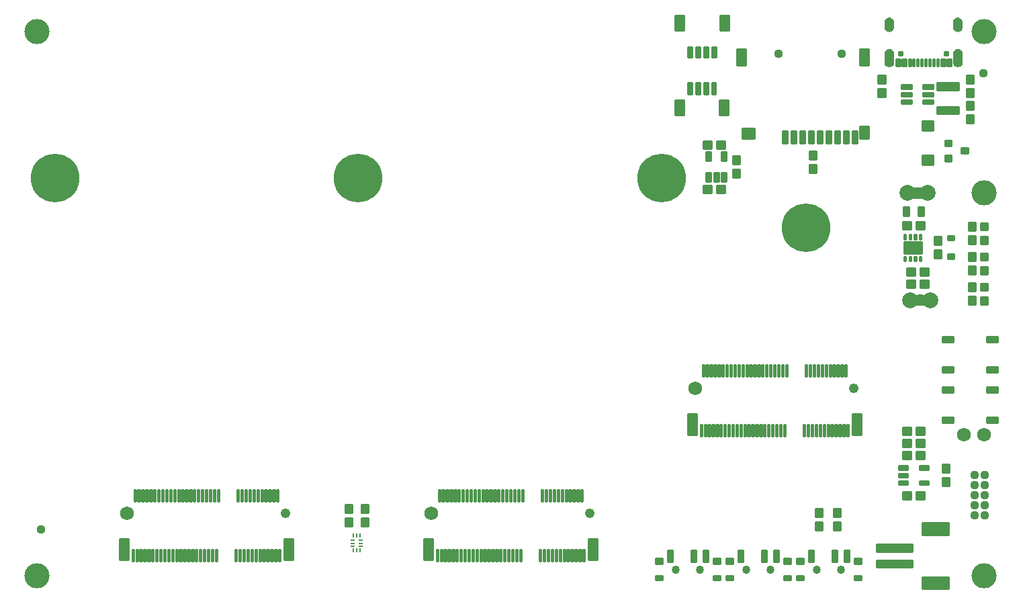
<source format=gts>
G04 EAGLE Gerber RS-274X export*
G75*
%MOMM*%
%FSLAX34Y34*%
%LPD*%
%INSoldermask Top*%
%IPPOS*%
%AMOC8*
5,1,8,0,0,1.08239X$1,22.5*%
G01*
%ADD10C,0.225369*%
%ADD11C,0.225588*%
%ADD12C,6.127000*%
%ADD13C,3.175000*%
%ADD14C,1.227000*%
%ADD15C,1.727000*%
%ADD16C,0.230578*%
%ADD17C,0.225400*%
%ADD18C,0.224509*%
%ADD19C,0.223409*%
%ADD20C,0.428259*%
%ADD21C,0.777000*%
%ADD22C,1.127000*%
%ADD23C,0.222250*%
%ADD24C,0.228600*%
%ADD25C,2.006600*%
%ADD26C,0.227100*%
%ADD27C,0.231750*%
%ADD28C,0.223519*%
%ADD29C,0.231559*%
%ADD30C,0.229050*%
%ADD31R,0.480000X0.280000*%
%ADD32R,0.280000X0.480000*%
%ADD33C,1.027000*%

G36*
X1100934Y666704D02*
X1100934Y666704D01*
X1100939Y666709D01*
X1100943Y666705D01*
X1102040Y666992D01*
X1102044Y666998D01*
X1102049Y666995D01*
X1103068Y667490D01*
X1103071Y667496D01*
X1103076Y667495D01*
X1103979Y668179D01*
X1103981Y668186D01*
X1103986Y668186D01*
X1104739Y669033D01*
X1104739Y669040D01*
X1104744Y669041D01*
X1105317Y670018D01*
X1105316Y670021D01*
X1105317Y670022D01*
X1105316Y670023D01*
X1105316Y670025D01*
X1105321Y670027D01*
X1105692Y671098D01*
X1105690Y671103D01*
X1105693Y671105D01*
X1105692Y671106D01*
X1105694Y671107D01*
X1105849Y672229D01*
X1105846Y672234D01*
X1105849Y672236D01*
X1105849Y684236D01*
X1105846Y684241D01*
X1105849Y684244D01*
X1105644Y685511D01*
X1105638Y685517D01*
X1105641Y685522D01*
X1105159Y686711D01*
X1105152Y686715D01*
X1105154Y686721D01*
X1104420Y687774D01*
X1104412Y687776D01*
X1104413Y687782D01*
X1103463Y688645D01*
X1103454Y688646D01*
X1103454Y688651D01*
X1102335Y689281D01*
X1102327Y689280D01*
X1102325Y689286D01*
X1101095Y689651D01*
X1101087Y689648D01*
X1101084Y689653D01*
X1099803Y689735D01*
X1099797Y689735D01*
X1098516Y689653D01*
X1098510Y689647D01*
X1098505Y689651D01*
X1097275Y689286D01*
X1097270Y689279D01*
X1097265Y689281D01*
X1096146Y688651D01*
X1096143Y688644D01*
X1096137Y688645D01*
X1095187Y687782D01*
X1095186Y687774D01*
X1095180Y687774D01*
X1094446Y686721D01*
X1094446Y686713D01*
X1094441Y686711D01*
X1093959Y685522D01*
X1093961Y685516D01*
X1093957Y685513D01*
X1093958Y685512D01*
X1093956Y685511D01*
X1093751Y684244D01*
X1093754Y684239D01*
X1093751Y684236D01*
X1093751Y672236D01*
X1093754Y672232D01*
X1093751Y672229D01*
X1093906Y671107D01*
X1093911Y671102D01*
X1093908Y671098D01*
X1094279Y670027D01*
X1094285Y670023D01*
X1094283Y670018D01*
X1094856Y669041D01*
X1094862Y669038D01*
X1094861Y669033D01*
X1095614Y668186D01*
X1095621Y668184D01*
X1095621Y668179D01*
X1096524Y667495D01*
X1096531Y667495D01*
X1096532Y667490D01*
X1097551Y666995D01*
X1097558Y666997D01*
X1097560Y666992D01*
X1098657Y666705D01*
X1098663Y666708D01*
X1098666Y666704D01*
X1099797Y666637D01*
X1099801Y666639D01*
X1099803Y666637D01*
X1100934Y666704D01*
G37*
G36*
X1187334Y666704D02*
X1187334Y666704D01*
X1187339Y666709D01*
X1187343Y666705D01*
X1188440Y666992D01*
X1188444Y666998D01*
X1188449Y666995D01*
X1189468Y667490D01*
X1189471Y667496D01*
X1189476Y667495D01*
X1190379Y668179D01*
X1190381Y668186D01*
X1190386Y668186D01*
X1191139Y669033D01*
X1191139Y669040D01*
X1191144Y669041D01*
X1191717Y670018D01*
X1191716Y670021D01*
X1191717Y670022D01*
X1191716Y670023D01*
X1191716Y670025D01*
X1191721Y670027D01*
X1192092Y671098D01*
X1192090Y671103D01*
X1192093Y671105D01*
X1192092Y671106D01*
X1192094Y671107D01*
X1192249Y672229D01*
X1192246Y672234D01*
X1192249Y672236D01*
X1192249Y684236D01*
X1192246Y684241D01*
X1192249Y684244D01*
X1192044Y685511D01*
X1192038Y685517D01*
X1192041Y685522D01*
X1191559Y686711D01*
X1191552Y686715D01*
X1191554Y686721D01*
X1190820Y687774D01*
X1190812Y687776D01*
X1190813Y687782D01*
X1189863Y688645D01*
X1189854Y688646D01*
X1189854Y688651D01*
X1188735Y689281D01*
X1188727Y689280D01*
X1188725Y689286D01*
X1187495Y689651D01*
X1187487Y689648D01*
X1187484Y689653D01*
X1186203Y689735D01*
X1186197Y689735D01*
X1184916Y689653D01*
X1184910Y689647D01*
X1184905Y689651D01*
X1183675Y689286D01*
X1183670Y689279D01*
X1183665Y689281D01*
X1182546Y688651D01*
X1182543Y688644D01*
X1182537Y688645D01*
X1181587Y687782D01*
X1181586Y687774D01*
X1181580Y687774D01*
X1180846Y686721D01*
X1180846Y686713D01*
X1180841Y686711D01*
X1180359Y685522D01*
X1180361Y685516D01*
X1180357Y685513D01*
X1180358Y685512D01*
X1180356Y685511D01*
X1180151Y684244D01*
X1180154Y684239D01*
X1180151Y684236D01*
X1180151Y672236D01*
X1180154Y672232D01*
X1180151Y672229D01*
X1180306Y671107D01*
X1180311Y671102D01*
X1180308Y671098D01*
X1180679Y670027D01*
X1180685Y670023D01*
X1180683Y670018D01*
X1181256Y669041D01*
X1181262Y669038D01*
X1181261Y669033D01*
X1182014Y668186D01*
X1182021Y668184D01*
X1182021Y668179D01*
X1182924Y667495D01*
X1182931Y667495D01*
X1182932Y667490D01*
X1183951Y666995D01*
X1183958Y666997D01*
X1183960Y666992D01*
X1185057Y666705D01*
X1185063Y666708D01*
X1185066Y666704D01*
X1186197Y666637D01*
X1186201Y666639D01*
X1186203Y666637D01*
X1187334Y666704D01*
G37*
G36*
X1186202Y710941D02*
X1186202Y710941D01*
X1186206Y710937D01*
X1187546Y711094D01*
X1187552Y711099D01*
X1187557Y711096D01*
X1188828Y711547D01*
X1188833Y711554D01*
X1188838Y711552D01*
X1189977Y712274D01*
X1189980Y712282D01*
X1189986Y712281D01*
X1190936Y713239D01*
X1190937Y713247D01*
X1190943Y713248D01*
X1191656Y714393D01*
X1191655Y714402D01*
X1191661Y714403D01*
X1192101Y715679D01*
X1192099Y715686D01*
X1192103Y715689D01*
X1192249Y717031D01*
X1192247Y717034D01*
X1192249Y717036D01*
X1192249Y723036D01*
X1192247Y723040D01*
X1192249Y723042D01*
X1192094Y724371D01*
X1192088Y724377D01*
X1192091Y724381D01*
X1191644Y725642D01*
X1191637Y725647D01*
X1191639Y725652D01*
X1190922Y726782D01*
X1190915Y726785D01*
X1190916Y726791D01*
X1189966Y727733D01*
X1189957Y727734D01*
X1189957Y727740D01*
X1188821Y728447D01*
X1188813Y728446D01*
X1188811Y728452D01*
X1187546Y728888D01*
X1187538Y728886D01*
X1187536Y728891D01*
X1186205Y729035D01*
X1186199Y729031D01*
X1186195Y729035D01*
X1185029Y728925D01*
X1185024Y728920D01*
X1185020Y728923D01*
X1183897Y728588D01*
X1183893Y728582D01*
X1183889Y728584D01*
X1182853Y728036D01*
X1182850Y728030D01*
X1182845Y728031D01*
X1181937Y727292D01*
X1181935Y727285D01*
X1181930Y727285D01*
X1181183Y726383D01*
X1181183Y726376D01*
X1181178Y726375D01*
X1180621Y725344D01*
X1180622Y725337D01*
X1180617Y725335D01*
X1180273Y724216D01*
X1180275Y724209D01*
X1180271Y724206D01*
X1180151Y723041D01*
X1180153Y723038D01*
X1180151Y723036D01*
X1180151Y717036D01*
X1180153Y717033D01*
X1180151Y717031D01*
X1180262Y715855D01*
X1180267Y715850D01*
X1180264Y715846D01*
X1180602Y714714D01*
X1180608Y714710D01*
X1180606Y714705D01*
X1181158Y713661D01*
X1181165Y713658D01*
X1181163Y713653D01*
X1181909Y712737D01*
X1181916Y712736D01*
X1181916Y712730D01*
X1182826Y711977D01*
X1182833Y711977D01*
X1182834Y711972D01*
X1183873Y711411D01*
X1183880Y711412D01*
X1183882Y711407D01*
X1185011Y711060D01*
X1185017Y711062D01*
X1185020Y711058D01*
X1186195Y710937D01*
X1186202Y710941D01*
G37*
G36*
X1099802Y710941D02*
X1099802Y710941D01*
X1099806Y710937D01*
X1101146Y711094D01*
X1101152Y711099D01*
X1101157Y711096D01*
X1102428Y711547D01*
X1102433Y711554D01*
X1102438Y711552D01*
X1103577Y712274D01*
X1103580Y712282D01*
X1103586Y712281D01*
X1104536Y713239D01*
X1104537Y713247D01*
X1104543Y713248D01*
X1105256Y714393D01*
X1105255Y714402D01*
X1105261Y714403D01*
X1105701Y715679D01*
X1105699Y715686D01*
X1105703Y715689D01*
X1105849Y717031D01*
X1105847Y717034D01*
X1105849Y717036D01*
X1105849Y723036D01*
X1105847Y723040D01*
X1105849Y723042D01*
X1105694Y724371D01*
X1105688Y724377D01*
X1105691Y724381D01*
X1105244Y725642D01*
X1105237Y725647D01*
X1105239Y725652D01*
X1104522Y726782D01*
X1104515Y726785D01*
X1104516Y726791D01*
X1103566Y727733D01*
X1103557Y727734D01*
X1103557Y727740D01*
X1102421Y728447D01*
X1102413Y728446D01*
X1102411Y728452D01*
X1101146Y728888D01*
X1101138Y728886D01*
X1101136Y728891D01*
X1099805Y729035D01*
X1099799Y729031D01*
X1099795Y729035D01*
X1098629Y728925D01*
X1098624Y728920D01*
X1098620Y728923D01*
X1097497Y728588D01*
X1097493Y728582D01*
X1097489Y728584D01*
X1096453Y728036D01*
X1096450Y728030D01*
X1096445Y728031D01*
X1095537Y727292D01*
X1095535Y727285D01*
X1095530Y727285D01*
X1094783Y726383D01*
X1094783Y726376D01*
X1094778Y726375D01*
X1094221Y725344D01*
X1094222Y725337D01*
X1094217Y725335D01*
X1093873Y724216D01*
X1093875Y724209D01*
X1093871Y724206D01*
X1093751Y723041D01*
X1093753Y723038D01*
X1093751Y723036D01*
X1093751Y717036D01*
X1093753Y717033D01*
X1093751Y717031D01*
X1093862Y715855D01*
X1093867Y715850D01*
X1093864Y715846D01*
X1094202Y714714D01*
X1094208Y714710D01*
X1094206Y714705D01*
X1094758Y713661D01*
X1094765Y713658D01*
X1094763Y713653D01*
X1095509Y712737D01*
X1095516Y712736D01*
X1095516Y712730D01*
X1096426Y711977D01*
X1096433Y711977D01*
X1096434Y711972D01*
X1097473Y711411D01*
X1097480Y711412D01*
X1097482Y711407D01*
X1098611Y711060D01*
X1098617Y711062D01*
X1098620Y711058D01*
X1099795Y710937D01*
X1099802Y710941D01*
G37*
G36*
X1137350Y500773D02*
X1137350Y500773D01*
X1137416Y500775D01*
X1137459Y500793D01*
X1137506Y500801D01*
X1137563Y500835D01*
X1137623Y500860D01*
X1137658Y500891D01*
X1137699Y500916D01*
X1137741Y500967D01*
X1137789Y501011D01*
X1137811Y501053D01*
X1137840Y501090D01*
X1137861Y501152D01*
X1137892Y501211D01*
X1137900Y501265D01*
X1137912Y501302D01*
X1137911Y501342D01*
X1137919Y501396D01*
X1137919Y514604D01*
X1137908Y514669D01*
X1137906Y514735D01*
X1137888Y514778D01*
X1137880Y514825D01*
X1137846Y514882D01*
X1137821Y514942D01*
X1137790Y514977D01*
X1137765Y515018D01*
X1137714Y515060D01*
X1137670Y515108D01*
X1137628Y515130D01*
X1137591Y515159D01*
X1137529Y515180D01*
X1137470Y515211D01*
X1137416Y515219D01*
X1137379Y515231D01*
X1137339Y515230D01*
X1137285Y515238D01*
X1133475Y515238D01*
X1133410Y515227D01*
X1133344Y515225D01*
X1133301Y515207D01*
X1133254Y515199D01*
X1133197Y515165D01*
X1133137Y515140D01*
X1133102Y515109D01*
X1133061Y515084D01*
X1133020Y515033D01*
X1132971Y514989D01*
X1132949Y514947D01*
X1132920Y514910D01*
X1132899Y514848D01*
X1132868Y514789D01*
X1132860Y514735D01*
X1132848Y514698D01*
X1132849Y514658D01*
X1132841Y514604D01*
X1132841Y501396D01*
X1132852Y501331D01*
X1132854Y501265D01*
X1132872Y501222D01*
X1132880Y501175D01*
X1132914Y501118D01*
X1132939Y501058D01*
X1132970Y501023D01*
X1132995Y500982D01*
X1133046Y500941D01*
X1133090Y500892D01*
X1133132Y500870D01*
X1133169Y500841D01*
X1133231Y500820D01*
X1133290Y500789D01*
X1133344Y500781D01*
X1133381Y500769D01*
X1133421Y500770D01*
X1133475Y500762D01*
X1137285Y500762D01*
X1137350Y500773D01*
G37*
G36*
X1140906Y365899D02*
X1140906Y365899D01*
X1140972Y365901D01*
X1141015Y365919D01*
X1141062Y365927D01*
X1141119Y365961D01*
X1141179Y365986D01*
X1141214Y366017D01*
X1141255Y366042D01*
X1141297Y366093D01*
X1141345Y366137D01*
X1141367Y366179D01*
X1141396Y366216D01*
X1141417Y366278D01*
X1141448Y366337D01*
X1141456Y366391D01*
X1141468Y366428D01*
X1141467Y366468D01*
X1141475Y366522D01*
X1141475Y379730D01*
X1141464Y379795D01*
X1141462Y379861D01*
X1141444Y379904D01*
X1141436Y379951D01*
X1141402Y380008D01*
X1141377Y380068D01*
X1141346Y380103D01*
X1141321Y380144D01*
X1141270Y380186D01*
X1141226Y380234D01*
X1141184Y380256D01*
X1141147Y380285D01*
X1141085Y380306D01*
X1141026Y380337D01*
X1140972Y380345D01*
X1140935Y380357D01*
X1140895Y380356D01*
X1140841Y380364D01*
X1137031Y380364D01*
X1136966Y380353D01*
X1136900Y380351D01*
X1136857Y380333D01*
X1136810Y380325D01*
X1136753Y380291D01*
X1136693Y380266D01*
X1136658Y380235D01*
X1136617Y380210D01*
X1136576Y380159D01*
X1136527Y380115D01*
X1136505Y380073D01*
X1136476Y380036D01*
X1136455Y379974D01*
X1136424Y379915D01*
X1136416Y379861D01*
X1136404Y379824D01*
X1136405Y379784D01*
X1136397Y379730D01*
X1136397Y366522D01*
X1136408Y366457D01*
X1136410Y366391D01*
X1136428Y366348D01*
X1136436Y366301D01*
X1136470Y366244D01*
X1136495Y366184D01*
X1136526Y366149D01*
X1136551Y366108D01*
X1136602Y366067D01*
X1136646Y366018D01*
X1136688Y365996D01*
X1136725Y365967D01*
X1136787Y365946D01*
X1136846Y365915D01*
X1136900Y365907D01*
X1136937Y365895D01*
X1136977Y365896D01*
X1137031Y365888D01*
X1140841Y365888D01*
X1140906Y365899D01*
G37*
D10*
X875872Y647208D02*
X880888Y647208D01*
X880888Y632692D01*
X875872Y632692D01*
X875872Y647208D01*
X875872Y634833D02*
X880888Y634833D01*
X880888Y636974D02*
X875872Y636974D01*
X875872Y639115D02*
X880888Y639115D01*
X880888Y641256D02*
X875872Y641256D01*
X875872Y643397D02*
X880888Y643397D01*
X880888Y645538D02*
X875872Y645538D01*
X870888Y647208D02*
X865872Y647208D01*
X870888Y647208D02*
X870888Y632692D01*
X865872Y632692D01*
X865872Y647208D01*
X865872Y634833D02*
X870888Y634833D01*
X870888Y636974D02*
X865872Y636974D01*
X865872Y639115D02*
X870888Y639115D01*
X870888Y641256D02*
X865872Y641256D01*
X865872Y643397D02*
X870888Y643397D01*
X870888Y645538D02*
X865872Y645538D01*
X860888Y647208D02*
X855872Y647208D01*
X860888Y647208D02*
X860888Y632692D01*
X855872Y632692D01*
X855872Y647208D01*
X855872Y634833D02*
X860888Y634833D01*
X860888Y636974D02*
X855872Y636974D01*
X855872Y639115D02*
X860888Y639115D01*
X860888Y641256D02*
X855872Y641256D01*
X855872Y643397D02*
X860888Y643397D01*
X860888Y645538D02*
X855872Y645538D01*
X850888Y647208D02*
X845872Y647208D01*
X850888Y647208D02*
X850888Y632692D01*
X845872Y632692D01*
X845872Y647208D01*
X845872Y634833D02*
X850888Y634833D01*
X850888Y636974D02*
X845872Y636974D01*
X845872Y639115D02*
X850888Y639115D01*
X850888Y641256D02*
X845872Y641256D01*
X845872Y643397D02*
X850888Y643397D01*
X850888Y645538D02*
X845872Y645538D01*
D11*
X885873Y625207D02*
X896887Y625207D01*
X896887Y606193D01*
X885873Y606193D01*
X885873Y625207D01*
X885873Y608336D02*
X896887Y608336D01*
X896887Y610479D02*
X885873Y610479D01*
X885873Y612622D02*
X896887Y612622D01*
X896887Y614765D02*
X885873Y614765D01*
X885873Y616908D02*
X896887Y616908D01*
X896887Y619051D02*
X885873Y619051D01*
X885873Y621194D02*
X896887Y621194D01*
X896887Y623337D02*
X885873Y623337D01*
X840887Y625207D02*
X829873Y625207D01*
X840887Y625207D02*
X840887Y606193D01*
X829873Y606193D01*
X829873Y625207D01*
X829873Y608336D02*
X840887Y608336D01*
X840887Y610479D02*
X829873Y610479D01*
X829873Y612622D02*
X840887Y612622D01*
X840887Y614765D02*
X829873Y614765D01*
X829873Y616908D02*
X840887Y616908D01*
X840887Y619051D02*
X829873Y619051D01*
X829873Y621194D02*
X840887Y621194D01*
X840887Y623337D02*
X829873Y623337D01*
X886093Y732057D02*
X897107Y732057D01*
X897107Y713043D01*
X886093Y713043D01*
X886093Y732057D01*
X886093Y715186D02*
X897107Y715186D01*
X897107Y717329D02*
X886093Y717329D01*
X886093Y719472D02*
X897107Y719472D01*
X897107Y721615D02*
X886093Y721615D01*
X886093Y723758D02*
X897107Y723758D01*
X897107Y725901D02*
X886093Y725901D01*
X886093Y728044D02*
X897107Y728044D01*
X897107Y730187D02*
X886093Y730187D01*
X841107Y732057D02*
X830093Y732057D01*
X841107Y732057D02*
X841107Y713043D01*
X830093Y713043D01*
X830093Y732057D01*
X830093Y715186D02*
X841107Y715186D01*
X841107Y717329D02*
X830093Y717329D01*
X830093Y719472D02*
X841107Y719472D01*
X841107Y721615D02*
X830093Y721615D01*
X830093Y723758D02*
X841107Y723758D01*
X841107Y725901D02*
X830093Y725901D01*
X830093Y728044D02*
X841107Y728044D01*
X841107Y730187D02*
X830093Y730187D01*
D10*
X876092Y692058D02*
X881108Y692058D01*
X881108Y679542D01*
X876092Y679542D01*
X876092Y692058D01*
X876092Y681683D02*
X881108Y681683D01*
X881108Y683824D02*
X876092Y683824D01*
X876092Y685965D02*
X881108Y685965D01*
X881108Y688106D02*
X876092Y688106D01*
X876092Y690247D02*
X881108Y690247D01*
X871108Y692058D02*
X866092Y692058D01*
X871108Y692058D02*
X871108Y679542D01*
X866092Y679542D01*
X866092Y692058D01*
X866092Y681683D02*
X871108Y681683D01*
X871108Y683824D02*
X866092Y683824D01*
X866092Y685965D02*
X871108Y685965D01*
X871108Y688106D02*
X866092Y688106D01*
X866092Y690247D02*
X871108Y690247D01*
X861108Y692058D02*
X856092Y692058D01*
X861108Y692058D02*
X861108Y679542D01*
X856092Y679542D01*
X856092Y692058D01*
X856092Y681683D02*
X861108Y681683D01*
X861108Y683824D02*
X856092Y683824D01*
X856092Y685965D02*
X861108Y685965D01*
X861108Y688106D02*
X856092Y688106D01*
X856092Y690247D02*
X861108Y690247D01*
X851108Y692058D02*
X846092Y692058D01*
X851108Y692058D02*
X851108Y679542D01*
X846092Y679542D01*
X846092Y692058D01*
X846092Y681683D02*
X851108Y681683D01*
X851108Y683824D02*
X846092Y683824D01*
X846092Y685965D02*
X851108Y685965D01*
X851108Y688106D02*
X846092Y688106D01*
X846092Y690247D02*
X851108Y690247D01*
D12*
X48400Y526542D03*
X994628Y463858D03*
D13*
X1219200Y25400D03*
X25400Y25400D03*
X25400Y711200D03*
X1219200Y711200D03*
D14*
X1055040Y261620D03*
D15*
X855040Y261620D03*
D16*
X1046558Y216102D02*
X1048522Y216102D01*
X1048522Y201638D01*
X1046558Y201638D01*
X1046558Y216102D01*
X1046558Y203829D02*
X1048522Y203829D01*
X1048522Y206020D02*
X1046558Y206020D01*
X1046558Y208211D02*
X1048522Y208211D01*
X1048522Y210402D02*
X1046558Y210402D01*
X1046558Y212593D02*
X1048522Y212593D01*
X1048522Y214784D02*
X1046558Y214784D01*
D11*
X1053033Y229877D02*
X1064047Y229877D01*
X1064047Y203363D01*
X1053033Y203363D01*
X1053033Y229877D01*
X1053033Y205506D02*
X1064047Y205506D01*
X1064047Y207649D02*
X1053033Y207649D01*
X1053033Y209792D02*
X1064047Y209792D01*
X1064047Y211935D02*
X1053033Y211935D01*
X1053033Y214078D02*
X1064047Y214078D01*
X1064047Y216221D02*
X1053033Y216221D01*
X1053033Y218364D02*
X1064047Y218364D01*
X1064047Y220507D02*
X1053033Y220507D01*
X1053033Y222650D02*
X1064047Y222650D01*
X1064047Y224793D02*
X1053033Y224793D01*
X1053033Y226936D02*
X1064047Y226936D01*
X1064047Y229079D02*
X1053033Y229079D01*
X857047Y229877D02*
X846033Y229877D01*
X857047Y229877D02*
X857047Y203363D01*
X846033Y203363D01*
X846033Y229877D01*
X846033Y205506D02*
X857047Y205506D01*
X857047Y207649D02*
X846033Y207649D01*
X846033Y209792D02*
X857047Y209792D01*
X857047Y211935D02*
X846033Y211935D01*
X846033Y214078D02*
X857047Y214078D01*
X857047Y216221D02*
X846033Y216221D01*
X846033Y218364D02*
X857047Y218364D01*
X857047Y220507D02*
X846033Y220507D01*
X846033Y222650D02*
X857047Y222650D01*
X857047Y224793D02*
X846033Y224793D01*
X846033Y226936D02*
X857047Y226936D01*
X857047Y229079D02*
X846033Y229079D01*
D16*
X1044058Y291602D02*
X1046022Y291602D01*
X1046022Y277138D01*
X1044058Y277138D01*
X1044058Y291602D01*
X1044058Y279329D02*
X1046022Y279329D01*
X1046022Y281520D02*
X1044058Y281520D01*
X1044058Y283711D02*
X1046022Y283711D01*
X1046022Y285902D02*
X1044058Y285902D01*
X1044058Y288093D02*
X1046022Y288093D01*
X1046022Y290284D02*
X1044058Y290284D01*
X1043522Y216102D02*
X1041558Y216102D01*
X1043522Y216102D02*
X1043522Y201638D01*
X1041558Y201638D01*
X1041558Y216102D01*
X1041558Y203829D02*
X1043522Y203829D01*
X1043522Y206020D02*
X1041558Y206020D01*
X1041558Y208211D02*
X1043522Y208211D01*
X1043522Y210402D02*
X1041558Y210402D01*
X1041558Y212593D02*
X1043522Y212593D01*
X1043522Y214784D02*
X1041558Y214784D01*
X1041022Y291602D02*
X1039058Y291602D01*
X1041022Y291602D02*
X1041022Y277138D01*
X1039058Y277138D01*
X1039058Y291602D01*
X1039058Y279329D02*
X1041022Y279329D01*
X1041022Y281520D02*
X1039058Y281520D01*
X1039058Y283711D02*
X1041022Y283711D01*
X1041022Y285902D02*
X1039058Y285902D01*
X1039058Y288093D02*
X1041022Y288093D01*
X1041022Y290284D02*
X1039058Y290284D01*
X1038522Y216102D02*
X1036558Y216102D01*
X1038522Y216102D02*
X1038522Y201638D01*
X1036558Y201638D01*
X1036558Y216102D01*
X1036558Y203829D02*
X1038522Y203829D01*
X1038522Y206020D02*
X1036558Y206020D01*
X1036558Y208211D02*
X1038522Y208211D01*
X1038522Y210402D02*
X1036558Y210402D01*
X1036558Y212593D02*
X1038522Y212593D01*
X1038522Y214784D02*
X1036558Y214784D01*
X1036022Y291602D02*
X1034058Y291602D01*
X1036022Y291602D02*
X1036022Y277138D01*
X1034058Y277138D01*
X1034058Y291602D01*
X1034058Y279329D02*
X1036022Y279329D01*
X1036022Y281520D02*
X1034058Y281520D01*
X1034058Y283711D02*
X1036022Y283711D01*
X1036022Y285902D02*
X1034058Y285902D01*
X1034058Y288093D02*
X1036022Y288093D01*
X1036022Y290284D02*
X1034058Y290284D01*
X1033522Y216102D02*
X1031558Y216102D01*
X1033522Y216102D02*
X1033522Y201638D01*
X1031558Y201638D01*
X1031558Y216102D01*
X1031558Y203829D02*
X1033522Y203829D01*
X1033522Y206020D02*
X1031558Y206020D01*
X1031558Y208211D02*
X1033522Y208211D01*
X1033522Y210402D02*
X1031558Y210402D01*
X1031558Y212593D02*
X1033522Y212593D01*
X1033522Y214784D02*
X1031558Y214784D01*
X1031022Y291602D02*
X1029058Y291602D01*
X1031022Y291602D02*
X1031022Y277138D01*
X1029058Y277138D01*
X1029058Y291602D01*
X1029058Y279329D02*
X1031022Y279329D01*
X1031022Y281520D02*
X1029058Y281520D01*
X1029058Y283711D02*
X1031022Y283711D01*
X1031022Y285902D02*
X1029058Y285902D01*
X1029058Y288093D02*
X1031022Y288093D01*
X1031022Y290284D02*
X1029058Y290284D01*
X1028522Y216102D02*
X1026558Y216102D01*
X1028522Y216102D02*
X1028522Y201638D01*
X1026558Y201638D01*
X1026558Y216102D01*
X1026558Y203829D02*
X1028522Y203829D01*
X1028522Y206020D02*
X1026558Y206020D01*
X1026558Y208211D02*
X1028522Y208211D01*
X1028522Y210402D02*
X1026558Y210402D01*
X1026558Y212593D02*
X1028522Y212593D01*
X1028522Y214784D02*
X1026558Y214784D01*
X1026022Y291602D02*
X1024058Y291602D01*
X1026022Y291602D02*
X1026022Y277138D01*
X1024058Y277138D01*
X1024058Y291602D01*
X1024058Y279329D02*
X1026022Y279329D01*
X1026022Y281520D02*
X1024058Y281520D01*
X1024058Y283711D02*
X1026022Y283711D01*
X1026022Y285902D02*
X1024058Y285902D01*
X1024058Y288093D02*
X1026022Y288093D01*
X1026022Y290284D02*
X1024058Y290284D01*
X1023522Y216102D02*
X1021558Y216102D01*
X1023522Y216102D02*
X1023522Y201638D01*
X1021558Y201638D01*
X1021558Y216102D01*
X1021558Y203829D02*
X1023522Y203829D01*
X1023522Y206020D02*
X1021558Y206020D01*
X1021558Y208211D02*
X1023522Y208211D01*
X1023522Y210402D02*
X1021558Y210402D01*
X1021558Y212593D02*
X1023522Y212593D01*
X1023522Y214784D02*
X1021558Y214784D01*
X1021022Y291602D02*
X1019058Y291602D01*
X1021022Y291602D02*
X1021022Y277138D01*
X1019058Y277138D01*
X1019058Y291602D01*
X1019058Y279329D02*
X1021022Y279329D01*
X1021022Y281520D02*
X1019058Y281520D01*
X1019058Y283711D02*
X1021022Y283711D01*
X1021022Y285902D02*
X1019058Y285902D01*
X1019058Y288093D02*
X1021022Y288093D01*
X1021022Y290284D02*
X1019058Y290284D01*
X1018522Y216102D02*
X1016558Y216102D01*
X1018522Y216102D02*
X1018522Y201638D01*
X1016558Y201638D01*
X1016558Y216102D01*
X1016558Y203829D02*
X1018522Y203829D01*
X1018522Y206020D02*
X1016558Y206020D01*
X1016558Y208211D02*
X1018522Y208211D01*
X1018522Y210402D02*
X1016558Y210402D01*
X1016558Y212593D02*
X1018522Y212593D01*
X1018522Y214784D02*
X1016558Y214784D01*
X1016022Y291602D02*
X1014058Y291602D01*
X1016022Y291602D02*
X1016022Y277138D01*
X1014058Y277138D01*
X1014058Y291602D01*
X1014058Y279329D02*
X1016022Y279329D01*
X1016022Y281520D02*
X1014058Y281520D01*
X1014058Y283711D02*
X1016022Y283711D01*
X1016022Y285902D02*
X1014058Y285902D01*
X1014058Y288093D02*
X1016022Y288093D01*
X1016022Y290284D02*
X1014058Y290284D01*
X1013522Y216102D02*
X1011558Y216102D01*
X1013522Y216102D02*
X1013522Y201638D01*
X1011558Y201638D01*
X1011558Y216102D01*
X1011558Y203829D02*
X1013522Y203829D01*
X1013522Y206020D02*
X1011558Y206020D01*
X1011558Y208211D02*
X1013522Y208211D01*
X1013522Y210402D02*
X1011558Y210402D01*
X1011558Y212593D02*
X1013522Y212593D01*
X1013522Y214784D02*
X1011558Y214784D01*
X1011022Y291602D02*
X1009058Y291602D01*
X1011022Y291602D02*
X1011022Y277138D01*
X1009058Y277138D01*
X1009058Y291602D01*
X1009058Y279329D02*
X1011022Y279329D01*
X1011022Y281520D02*
X1009058Y281520D01*
X1009058Y283711D02*
X1011022Y283711D01*
X1011022Y285902D02*
X1009058Y285902D01*
X1009058Y288093D02*
X1011022Y288093D01*
X1011022Y290284D02*
X1009058Y290284D01*
X1008522Y216102D02*
X1006558Y216102D01*
X1008522Y216102D02*
X1008522Y201638D01*
X1006558Y201638D01*
X1006558Y216102D01*
X1006558Y203829D02*
X1008522Y203829D01*
X1008522Y206020D02*
X1006558Y206020D01*
X1006558Y208211D02*
X1008522Y208211D01*
X1008522Y210402D02*
X1006558Y210402D01*
X1006558Y212593D02*
X1008522Y212593D01*
X1008522Y214784D02*
X1006558Y214784D01*
X1006022Y291602D02*
X1004058Y291602D01*
X1006022Y291602D02*
X1006022Y277138D01*
X1004058Y277138D01*
X1004058Y291602D01*
X1004058Y279329D02*
X1006022Y279329D01*
X1006022Y281520D02*
X1004058Y281520D01*
X1004058Y283711D02*
X1006022Y283711D01*
X1006022Y285902D02*
X1004058Y285902D01*
X1004058Y288093D02*
X1006022Y288093D01*
X1006022Y290284D02*
X1004058Y290284D01*
X1003522Y216102D02*
X1001558Y216102D01*
X1003522Y216102D02*
X1003522Y201638D01*
X1001558Y201638D01*
X1001558Y216102D01*
X1001558Y203829D02*
X1003522Y203829D01*
X1003522Y206020D02*
X1001558Y206020D01*
X1001558Y208211D02*
X1003522Y208211D01*
X1003522Y210402D02*
X1001558Y210402D01*
X1001558Y212593D02*
X1003522Y212593D01*
X1003522Y214784D02*
X1001558Y214784D01*
X1001022Y291602D02*
X999058Y291602D01*
X1001022Y291602D02*
X1001022Y277138D01*
X999058Y277138D01*
X999058Y291602D01*
X999058Y279329D02*
X1001022Y279329D01*
X1001022Y281520D02*
X999058Y281520D01*
X999058Y283711D02*
X1001022Y283711D01*
X1001022Y285902D02*
X999058Y285902D01*
X999058Y288093D02*
X1001022Y288093D01*
X1001022Y290284D02*
X999058Y290284D01*
X998522Y216102D02*
X996558Y216102D01*
X998522Y216102D02*
X998522Y201638D01*
X996558Y201638D01*
X996558Y216102D01*
X996558Y203829D02*
X998522Y203829D01*
X998522Y206020D02*
X996558Y206020D01*
X996558Y208211D02*
X998522Y208211D01*
X998522Y210402D02*
X996558Y210402D01*
X996558Y212593D02*
X998522Y212593D01*
X998522Y214784D02*
X996558Y214784D01*
X996022Y291602D02*
X994058Y291602D01*
X996022Y291602D02*
X996022Y277138D01*
X994058Y277138D01*
X994058Y291602D01*
X994058Y279329D02*
X996022Y279329D01*
X996022Y281520D02*
X994058Y281520D01*
X994058Y283711D02*
X996022Y283711D01*
X996022Y285902D02*
X994058Y285902D01*
X994058Y288093D02*
X996022Y288093D01*
X996022Y290284D02*
X994058Y290284D01*
X993522Y216102D02*
X991558Y216102D01*
X993522Y216102D02*
X993522Y201638D01*
X991558Y201638D01*
X991558Y216102D01*
X991558Y203829D02*
X993522Y203829D01*
X993522Y206020D02*
X991558Y206020D01*
X991558Y208211D02*
X993522Y208211D01*
X993522Y210402D02*
X991558Y210402D01*
X991558Y212593D02*
X993522Y212593D01*
X993522Y214784D02*
X991558Y214784D01*
X971022Y291602D02*
X969058Y291602D01*
X971022Y291602D02*
X971022Y277138D01*
X969058Y277138D01*
X969058Y291602D01*
X969058Y279329D02*
X971022Y279329D01*
X971022Y281520D02*
X969058Y281520D01*
X969058Y283711D02*
X971022Y283711D01*
X971022Y285902D02*
X969058Y285902D01*
X969058Y288093D02*
X971022Y288093D01*
X971022Y290284D02*
X969058Y290284D01*
X968522Y216102D02*
X966558Y216102D01*
X968522Y216102D02*
X968522Y201638D01*
X966558Y201638D01*
X966558Y216102D01*
X966558Y203829D02*
X968522Y203829D01*
X968522Y206020D02*
X966558Y206020D01*
X966558Y208211D02*
X968522Y208211D01*
X968522Y210402D02*
X966558Y210402D01*
X966558Y212593D02*
X968522Y212593D01*
X968522Y214784D02*
X966558Y214784D01*
X966022Y291602D02*
X964058Y291602D01*
X966022Y291602D02*
X966022Y277138D01*
X964058Y277138D01*
X964058Y291602D01*
X964058Y279329D02*
X966022Y279329D01*
X966022Y281520D02*
X964058Y281520D01*
X964058Y283711D02*
X966022Y283711D01*
X966022Y285902D02*
X964058Y285902D01*
X964058Y288093D02*
X966022Y288093D01*
X966022Y290284D02*
X964058Y290284D01*
X963522Y216102D02*
X961558Y216102D01*
X963522Y216102D02*
X963522Y201638D01*
X961558Y201638D01*
X961558Y216102D01*
X961558Y203829D02*
X963522Y203829D01*
X963522Y206020D02*
X961558Y206020D01*
X961558Y208211D02*
X963522Y208211D01*
X963522Y210402D02*
X961558Y210402D01*
X961558Y212593D02*
X963522Y212593D01*
X963522Y214784D02*
X961558Y214784D01*
X961022Y291602D02*
X959058Y291602D01*
X961022Y291602D02*
X961022Y277138D01*
X959058Y277138D01*
X959058Y291602D01*
X959058Y279329D02*
X961022Y279329D01*
X961022Y281520D02*
X959058Y281520D01*
X959058Y283711D02*
X961022Y283711D01*
X961022Y285902D02*
X959058Y285902D01*
X959058Y288093D02*
X961022Y288093D01*
X961022Y290284D02*
X959058Y290284D01*
X958522Y216102D02*
X956558Y216102D01*
X958522Y216102D02*
X958522Y201638D01*
X956558Y201638D01*
X956558Y216102D01*
X956558Y203829D02*
X958522Y203829D01*
X958522Y206020D02*
X956558Y206020D01*
X956558Y208211D02*
X958522Y208211D01*
X958522Y210402D02*
X956558Y210402D01*
X956558Y212593D02*
X958522Y212593D01*
X958522Y214784D02*
X956558Y214784D01*
X956022Y291602D02*
X954058Y291602D01*
X956022Y291602D02*
X956022Y277138D01*
X954058Y277138D01*
X954058Y291602D01*
X954058Y279329D02*
X956022Y279329D01*
X956022Y281520D02*
X954058Y281520D01*
X954058Y283711D02*
X956022Y283711D01*
X956022Y285902D02*
X954058Y285902D01*
X954058Y288093D02*
X956022Y288093D01*
X956022Y290284D02*
X954058Y290284D01*
X953522Y216102D02*
X951558Y216102D01*
X953522Y216102D02*
X953522Y201638D01*
X951558Y201638D01*
X951558Y216102D01*
X951558Y203829D02*
X953522Y203829D01*
X953522Y206020D02*
X951558Y206020D01*
X951558Y208211D02*
X953522Y208211D01*
X953522Y210402D02*
X951558Y210402D01*
X951558Y212593D02*
X953522Y212593D01*
X953522Y214784D02*
X951558Y214784D01*
X951022Y291602D02*
X949058Y291602D01*
X951022Y291602D02*
X951022Y277138D01*
X949058Y277138D01*
X949058Y291602D01*
X949058Y279329D02*
X951022Y279329D01*
X951022Y281520D02*
X949058Y281520D01*
X949058Y283711D02*
X951022Y283711D01*
X951022Y285902D02*
X949058Y285902D01*
X949058Y288093D02*
X951022Y288093D01*
X951022Y290284D02*
X949058Y290284D01*
X948522Y216102D02*
X946558Y216102D01*
X948522Y216102D02*
X948522Y201638D01*
X946558Y201638D01*
X946558Y216102D01*
X946558Y203829D02*
X948522Y203829D01*
X948522Y206020D02*
X946558Y206020D01*
X946558Y208211D02*
X948522Y208211D01*
X948522Y210402D02*
X946558Y210402D01*
X946558Y212593D02*
X948522Y212593D01*
X948522Y214784D02*
X946558Y214784D01*
X946022Y291602D02*
X944058Y291602D01*
X946022Y291602D02*
X946022Y277138D01*
X944058Y277138D01*
X944058Y291602D01*
X944058Y279329D02*
X946022Y279329D01*
X946022Y281520D02*
X944058Y281520D01*
X944058Y283711D02*
X946022Y283711D01*
X946022Y285902D02*
X944058Y285902D01*
X944058Y288093D02*
X946022Y288093D01*
X946022Y290284D02*
X944058Y290284D01*
X943522Y216102D02*
X941558Y216102D01*
X943522Y216102D02*
X943522Y201638D01*
X941558Y201638D01*
X941558Y216102D01*
X941558Y203829D02*
X943522Y203829D01*
X943522Y206020D02*
X941558Y206020D01*
X941558Y208211D02*
X943522Y208211D01*
X943522Y210402D02*
X941558Y210402D01*
X941558Y212593D02*
X943522Y212593D01*
X943522Y214784D02*
X941558Y214784D01*
X941022Y291602D02*
X939058Y291602D01*
X941022Y291602D02*
X941022Y277138D01*
X939058Y277138D01*
X939058Y291602D01*
X939058Y279329D02*
X941022Y279329D01*
X941022Y281520D02*
X939058Y281520D01*
X939058Y283711D02*
X941022Y283711D01*
X941022Y285902D02*
X939058Y285902D01*
X939058Y288093D02*
X941022Y288093D01*
X941022Y290284D02*
X939058Y290284D01*
X938522Y216102D02*
X936558Y216102D01*
X938522Y216102D02*
X938522Y201638D01*
X936558Y201638D01*
X936558Y216102D01*
X936558Y203829D02*
X938522Y203829D01*
X938522Y206020D02*
X936558Y206020D01*
X936558Y208211D02*
X938522Y208211D01*
X938522Y210402D02*
X936558Y210402D01*
X936558Y212593D02*
X938522Y212593D01*
X938522Y214784D02*
X936558Y214784D01*
X936022Y291602D02*
X934058Y291602D01*
X936022Y291602D02*
X936022Y277138D01*
X934058Y277138D01*
X934058Y291602D01*
X934058Y279329D02*
X936022Y279329D01*
X936022Y281520D02*
X934058Y281520D01*
X934058Y283711D02*
X936022Y283711D01*
X936022Y285902D02*
X934058Y285902D01*
X934058Y288093D02*
X936022Y288093D01*
X936022Y290284D02*
X934058Y290284D01*
X933522Y216102D02*
X931558Y216102D01*
X933522Y216102D02*
X933522Y201638D01*
X931558Y201638D01*
X931558Y216102D01*
X931558Y203829D02*
X933522Y203829D01*
X933522Y206020D02*
X931558Y206020D01*
X931558Y208211D02*
X933522Y208211D01*
X933522Y210402D02*
X931558Y210402D01*
X931558Y212593D02*
X933522Y212593D01*
X933522Y214784D02*
X931558Y214784D01*
X931022Y291602D02*
X929058Y291602D01*
X931022Y291602D02*
X931022Y277138D01*
X929058Y277138D01*
X929058Y291602D01*
X929058Y279329D02*
X931022Y279329D01*
X931022Y281520D02*
X929058Y281520D01*
X929058Y283711D02*
X931022Y283711D01*
X931022Y285902D02*
X929058Y285902D01*
X929058Y288093D02*
X931022Y288093D01*
X931022Y290284D02*
X929058Y290284D01*
X928522Y216102D02*
X926558Y216102D01*
X928522Y216102D02*
X928522Y201638D01*
X926558Y201638D01*
X926558Y216102D01*
X926558Y203829D02*
X928522Y203829D01*
X928522Y206020D02*
X926558Y206020D01*
X926558Y208211D02*
X928522Y208211D01*
X928522Y210402D02*
X926558Y210402D01*
X926558Y212593D02*
X928522Y212593D01*
X928522Y214784D02*
X926558Y214784D01*
X926022Y291602D02*
X924058Y291602D01*
X926022Y291602D02*
X926022Y277138D01*
X924058Y277138D01*
X924058Y291602D01*
X924058Y279329D02*
X926022Y279329D01*
X926022Y281520D02*
X924058Y281520D01*
X924058Y283711D02*
X926022Y283711D01*
X926022Y285902D02*
X924058Y285902D01*
X924058Y288093D02*
X926022Y288093D01*
X926022Y290284D02*
X924058Y290284D01*
X923522Y216102D02*
X921558Y216102D01*
X923522Y216102D02*
X923522Y201638D01*
X921558Y201638D01*
X921558Y216102D01*
X921558Y203829D02*
X923522Y203829D01*
X923522Y206020D02*
X921558Y206020D01*
X921558Y208211D02*
X923522Y208211D01*
X923522Y210402D02*
X921558Y210402D01*
X921558Y212593D02*
X923522Y212593D01*
X923522Y214784D02*
X921558Y214784D01*
X921022Y291602D02*
X919058Y291602D01*
X921022Y291602D02*
X921022Y277138D01*
X919058Y277138D01*
X919058Y291602D01*
X919058Y279329D02*
X921022Y279329D01*
X921022Y281520D02*
X919058Y281520D01*
X919058Y283711D02*
X921022Y283711D01*
X921022Y285902D02*
X919058Y285902D01*
X919058Y288093D02*
X921022Y288093D01*
X921022Y290284D02*
X919058Y290284D01*
X918522Y216102D02*
X916558Y216102D01*
X918522Y216102D02*
X918522Y201638D01*
X916558Y201638D01*
X916558Y216102D01*
X916558Y203829D02*
X918522Y203829D01*
X918522Y206020D02*
X916558Y206020D01*
X916558Y208211D02*
X918522Y208211D01*
X918522Y210402D02*
X916558Y210402D01*
X916558Y212593D02*
X918522Y212593D01*
X918522Y214784D02*
X916558Y214784D01*
X916022Y291602D02*
X914058Y291602D01*
X916022Y291602D02*
X916022Y277138D01*
X914058Y277138D01*
X914058Y291602D01*
X914058Y279329D02*
X916022Y279329D01*
X916022Y281520D02*
X914058Y281520D01*
X914058Y283711D02*
X916022Y283711D01*
X916022Y285902D02*
X914058Y285902D01*
X914058Y288093D02*
X916022Y288093D01*
X916022Y290284D02*
X914058Y290284D01*
X913522Y216102D02*
X911558Y216102D01*
X913522Y216102D02*
X913522Y201638D01*
X911558Y201638D01*
X911558Y216102D01*
X911558Y203829D02*
X913522Y203829D01*
X913522Y206020D02*
X911558Y206020D01*
X911558Y208211D02*
X913522Y208211D01*
X913522Y210402D02*
X911558Y210402D01*
X911558Y212593D02*
X913522Y212593D01*
X913522Y214784D02*
X911558Y214784D01*
X911022Y291602D02*
X909058Y291602D01*
X911022Y291602D02*
X911022Y277138D01*
X909058Y277138D01*
X909058Y291602D01*
X909058Y279329D02*
X911022Y279329D01*
X911022Y281520D02*
X909058Y281520D01*
X909058Y283711D02*
X911022Y283711D01*
X911022Y285902D02*
X909058Y285902D01*
X909058Y288093D02*
X911022Y288093D01*
X911022Y290284D02*
X909058Y290284D01*
X908522Y216102D02*
X906558Y216102D01*
X908522Y216102D02*
X908522Y201638D01*
X906558Y201638D01*
X906558Y216102D01*
X906558Y203829D02*
X908522Y203829D01*
X908522Y206020D02*
X906558Y206020D01*
X906558Y208211D02*
X908522Y208211D01*
X908522Y210402D02*
X906558Y210402D01*
X906558Y212593D02*
X908522Y212593D01*
X908522Y214784D02*
X906558Y214784D01*
X906022Y291602D02*
X904058Y291602D01*
X906022Y291602D02*
X906022Y277138D01*
X904058Y277138D01*
X904058Y291602D01*
X904058Y279329D02*
X906022Y279329D01*
X906022Y281520D02*
X904058Y281520D01*
X904058Y283711D02*
X906022Y283711D01*
X906022Y285902D02*
X904058Y285902D01*
X904058Y288093D02*
X906022Y288093D01*
X906022Y290284D02*
X904058Y290284D01*
X903522Y216102D02*
X901558Y216102D01*
X903522Y216102D02*
X903522Y201638D01*
X901558Y201638D01*
X901558Y216102D01*
X901558Y203829D02*
X903522Y203829D01*
X903522Y206020D02*
X901558Y206020D01*
X901558Y208211D02*
X903522Y208211D01*
X903522Y210402D02*
X901558Y210402D01*
X901558Y212593D02*
X903522Y212593D01*
X903522Y214784D02*
X901558Y214784D01*
X901022Y291602D02*
X899058Y291602D01*
X901022Y291602D02*
X901022Y277138D01*
X899058Y277138D01*
X899058Y291602D01*
X899058Y279329D02*
X901022Y279329D01*
X901022Y281520D02*
X899058Y281520D01*
X899058Y283711D02*
X901022Y283711D01*
X901022Y285902D02*
X899058Y285902D01*
X899058Y288093D02*
X901022Y288093D01*
X901022Y290284D02*
X899058Y290284D01*
X898522Y216102D02*
X896558Y216102D01*
X898522Y216102D02*
X898522Y201638D01*
X896558Y201638D01*
X896558Y216102D01*
X896558Y203829D02*
X898522Y203829D01*
X898522Y206020D02*
X896558Y206020D01*
X896558Y208211D02*
X898522Y208211D01*
X898522Y210402D02*
X896558Y210402D01*
X896558Y212593D02*
X898522Y212593D01*
X898522Y214784D02*
X896558Y214784D01*
X896022Y291602D02*
X894058Y291602D01*
X896022Y291602D02*
X896022Y277138D01*
X894058Y277138D01*
X894058Y291602D01*
X894058Y279329D02*
X896022Y279329D01*
X896022Y281520D02*
X894058Y281520D01*
X894058Y283711D02*
X896022Y283711D01*
X896022Y285902D02*
X894058Y285902D01*
X894058Y288093D02*
X896022Y288093D01*
X896022Y290284D02*
X894058Y290284D01*
X893522Y216102D02*
X891558Y216102D01*
X893522Y216102D02*
X893522Y201638D01*
X891558Y201638D01*
X891558Y216102D01*
X891558Y203829D02*
X893522Y203829D01*
X893522Y206020D02*
X891558Y206020D01*
X891558Y208211D02*
X893522Y208211D01*
X893522Y210402D02*
X891558Y210402D01*
X891558Y212593D02*
X893522Y212593D01*
X893522Y214784D02*
X891558Y214784D01*
X891022Y291602D02*
X889058Y291602D01*
X891022Y291602D02*
X891022Y277138D01*
X889058Y277138D01*
X889058Y291602D01*
X889058Y279329D02*
X891022Y279329D01*
X891022Y281520D02*
X889058Y281520D01*
X889058Y283711D02*
X891022Y283711D01*
X891022Y285902D02*
X889058Y285902D01*
X889058Y288093D02*
X891022Y288093D01*
X891022Y290284D02*
X889058Y290284D01*
X888522Y216102D02*
X886558Y216102D01*
X888522Y216102D02*
X888522Y201638D01*
X886558Y201638D01*
X886558Y216102D01*
X886558Y203829D02*
X888522Y203829D01*
X888522Y206020D02*
X886558Y206020D01*
X886558Y208211D02*
X888522Y208211D01*
X888522Y210402D02*
X886558Y210402D01*
X886558Y212593D02*
X888522Y212593D01*
X888522Y214784D02*
X886558Y214784D01*
X886022Y291602D02*
X884058Y291602D01*
X886022Y291602D02*
X886022Y277138D01*
X884058Y277138D01*
X884058Y291602D01*
X884058Y279329D02*
X886022Y279329D01*
X886022Y281520D02*
X884058Y281520D01*
X884058Y283711D02*
X886022Y283711D01*
X886022Y285902D02*
X884058Y285902D01*
X884058Y288093D02*
X886022Y288093D01*
X886022Y290284D02*
X884058Y290284D01*
X883522Y216102D02*
X881558Y216102D01*
X883522Y216102D02*
X883522Y201638D01*
X881558Y201638D01*
X881558Y216102D01*
X881558Y203829D02*
X883522Y203829D01*
X883522Y206020D02*
X881558Y206020D01*
X881558Y208211D02*
X883522Y208211D01*
X883522Y210402D02*
X881558Y210402D01*
X881558Y212593D02*
X883522Y212593D01*
X883522Y214784D02*
X881558Y214784D01*
X881022Y291602D02*
X879058Y291602D01*
X881022Y291602D02*
X881022Y277138D01*
X879058Y277138D01*
X879058Y291602D01*
X879058Y279329D02*
X881022Y279329D01*
X881022Y281520D02*
X879058Y281520D01*
X879058Y283711D02*
X881022Y283711D01*
X881022Y285902D02*
X879058Y285902D01*
X879058Y288093D02*
X881022Y288093D01*
X881022Y290284D02*
X879058Y290284D01*
X878522Y216102D02*
X876558Y216102D01*
X878522Y216102D02*
X878522Y201638D01*
X876558Y201638D01*
X876558Y216102D01*
X876558Y203829D02*
X878522Y203829D01*
X878522Y206020D02*
X876558Y206020D01*
X876558Y208211D02*
X878522Y208211D01*
X878522Y210402D02*
X876558Y210402D01*
X876558Y212593D02*
X878522Y212593D01*
X878522Y214784D02*
X876558Y214784D01*
X876022Y291602D02*
X874058Y291602D01*
X876022Y291602D02*
X876022Y277138D01*
X874058Y277138D01*
X874058Y291602D01*
X874058Y279329D02*
X876022Y279329D01*
X876022Y281520D02*
X874058Y281520D01*
X874058Y283711D02*
X876022Y283711D01*
X876022Y285902D02*
X874058Y285902D01*
X874058Y288093D02*
X876022Y288093D01*
X876022Y290284D02*
X874058Y290284D01*
X873522Y216102D02*
X871558Y216102D01*
X873522Y216102D02*
X873522Y201638D01*
X871558Y201638D01*
X871558Y216102D01*
X871558Y203829D02*
X873522Y203829D01*
X873522Y206020D02*
X871558Y206020D01*
X871558Y208211D02*
X873522Y208211D01*
X873522Y210402D02*
X871558Y210402D01*
X871558Y212593D02*
X873522Y212593D01*
X873522Y214784D02*
X871558Y214784D01*
X871022Y291602D02*
X869058Y291602D01*
X871022Y291602D02*
X871022Y277138D01*
X869058Y277138D01*
X869058Y291602D01*
X869058Y279329D02*
X871022Y279329D01*
X871022Y281520D02*
X869058Y281520D01*
X869058Y283711D02*
X871022Y283711D01*
X871022Y285902D02*
X869058Y285902D01*
X869058Y288093D02*
X871022Y288093D01*
X871022Y290284D02*
X869058Y290284D01*
X868522Y216102D02*
X866558Y216102D01*
X868522Y216102D02*
X868522Y201638D01*
X866558Y201638D01*
X866558Y216102D01*
X866558Y203829D02*
X868522Y203829D01*
X868522Y206020D02*
X866558Y206020D01*
X866558Y208211D02*
X868522Y208211D01*
X868522Y210402D02*
X866558Y210402D01*
X866558Y212593D02*
X868522Y212593D01*
X868522Y214784D02*
X866558Y214784D01*
X866022Y291602D02*
X864058Y291602D01*
X866022Y291602D02*
X866022Y277138D01*
X864058Y277138D01*
X864058Y291602D01*
X864058Y279329D02*
X866022Y279329D01*
X866022Y281520D02*
X864058Y281520D01*
X864058Y283711D02*
X866022Y283711D01*
X866022Y285902D02*
X864058Y285902D01*
X864058Y288093D02*
X866022Y288093D01*
X866022Y290284D02*
X864058Y290284D01*
X863522Y216102D02*
X861558Y216102D01*
X863522Y216102D02*
X863522Y201638D01*
X861558Y201638D01*
X861558Y216102D01*
X861558Y203829D02*
X863522Y203829D01*
X863522Y206020D02*
X861558Y206020D01*
X861558Y208211D02*
X863522Y208211D01*
X863522Y210402D02*
X861558Y210402D01*
X861558Y212593D02*
X863522Y212593D01*
X863522Y214784D02*
X861558Y214784D01*
D17*
X1083492Y65308D02*
X1083492Y56292D01*
X1083492Y65308D02*
X1128508Y65308D01*
X1128508Y56292D01*
X1083492Y56292D01*
X1083492Y58433D02*
X1128508Y58433D01*
X1128508Y60574D02*
X1083492Y60574D01*
X1083492Y62715D02*
X1128508Y62715D01*
X1128508Y64856D02*
X1083492Y64856D01*
X1083492Y45308D02*
X1083492Y36292D01*
X1083492Y45308D02*
X1128508Y45308D01*
X1128508Y36292D01*
X1083492Y36292D01*
X1083492Y38433D02*
X1128508Y38433D01*
X1128508Y40574D02*
X1083492Y40574D01*
X1083492Y42715D02*
X1128508Y42715D01*
X1128508Y44856D02*
X1083492Y44856D01*
D18*
X1141487Y77287D02*
X1174513Y77287D01*
X1141487Y77287D02*
X1141487Y92313D01*
X1174513Y92313D01*
X1174513Y77287D01*
X1174513Y79420D02*
X1141487Y79420D01*
X1141487Y81553D02*
X1174513Y81553D01*
X1174513Y83686D02*
X1141487Y83686D01*
X1141487Y85819D02*
X1174513Y85819D01*
X1174513Y87952D02*
X1141487Y87952D01*
X1141487Y90085D02*
X1174513Y90085D01*
X1174513Y92218D02*
X1141487Y92218D01*
X1141487Y9287D02*
X1174513Y9287D01*
X1141487Y9287D02*
X1141487Y24313D01*
X1174513Y24313D01*
X1174513Y9287D01*
X1174513Y11420D02*
X1141487Y11420D01*
X1141487Y13553D02*
X1174513Y13553D01*
X1174513Y15686D02*
X1141487Y15686D01*
X1141487Y17819D02*
X1174513Y17819D01*
X1174513Y19952D02*
X1141487Y19952D01*
X1141487Y22085D02*
X1174513Y22085D01*
X1174513Y24218D02*
X1141487Y24218D01*
D19*
X1111781Y159632D02*
X1111781Y164168D01*
X1122817Y164168D01*
X1122817Y159632D01*
X1111781Y159632D01*
X1111781Y161754D02*
X1122817Y161754D01*
X1122817Y163876D02*
X1111781Y163876D01*
X1111781Y154668D02*
X1111781Y150132D01*
X1111781Y154668D02*
X1122817Y154668D01*
X1122817Y150132D01*
X1111781Y150132D01*
X1111781Y152254D02*
X1122817Y152254D01*
X1122817Y154376D02*
X1111781Y154376D01*
X1111781Y145168D02*
X1111781Y140632D01*
X1111781Y145168D02*
X1122817Y145168D01*
X1122817Y140632D01*
X1111781Y140632D01*
X1111781Y142754D02*
X1122817Y142754D01*
X1122817Y144876D02*
X1111781Y144876D01*
X1137783Y145168D02*
X1137783Y140632D01*
X1137783Y145168D02*
X1148819Y145168D01*
X1148819Y140632D01*
X1137783Y140632D01*
X1137783Y142754D02*
X1148819Y142754D01*
X1148819Y144876D02*
X1137783Y144876D01*
X1137783Y159632D02*
X1137783Y164168D01*
X1148819Y164168D01*
X1148819Y159632D01*
X1137783Y159632D01*
X1137783Y161754D02*
X1148819Y161754D01*
X1148819Y163876D02*
X1137783Y163876D01*
D17*
X1208468Y367492D02*
X1208468Y377508D01*
X1208468Y367492D02*
X1199452Y367492D01*
X1199452Y377508D01*
X1208468Y377508D01*
X1208468Y369633D02*
X1199452Y369633D01*
X1199452Y371774D02*
X1208468Y371774D01*
X1208468Y373915D02*
X1199452Y373915D01*
X1199452Y376056D02*
X1208468Y376056D01*
X1208468Y384492D02*
X1208468Y394508D01*
X1208468Y384492D02*
X1199452Y384492D01*
X1199452Y394508D01*
X1208468Y394508D01*
X1208468Y386633D02*
X1199452Y386633D01*
X1199452Y388774D02*
X1208468Y388774D01*
X1208468Y390915D02*
X1199452Y390915D01*
X1199452Y393056D02*
X1208468Y393056D01*
D20*
X1215706Y386276D02*
X1222694Y386276D01*
X1215706Y386276D02*
X1215706Y393264D01*
X1222694Y393264D01*
X1222694Y386276D01*
X1222694Y390345D02*
X1215706Y390345D01*
X1215706Y368736D02*
X1222694Y368736D01*
X1215706Y368736D02*
X1215706Y375724D01*
X1222694Y375724D01*
X1222694Y368736D01*
X1222694Y372805D02*
X1215706Y372805D01*
D17*
X1175448Y148908D02*
X1175448Y138892D01*
X1166432Y138892D01*
X1166432Y148908D01*
X1175448Y148908D01*
X1175448Y141033D02*
X1166432Y141033D01*
X1166432Y143174D02*
X1175448Y143174D01*
X1175448Y145315D02*
X1166432Y145315D01*
X1166432Y147456D02*
X1175448Y147456D01*
X1175448Y155892D02*
X1175448Y165908D01*
X1175448Y155892D02*
X1166432Y155892D01*
X1166432Y165908D01*
X1175448Y165908D01*
X1175448Y158033D02*
X1166432Y158033D01*
X1166432Y160174D02*
X1175448Y160174D01*
X1175448Y162315D02*
X1166432Y162315D01*
X1166432Y164456D02*
X1175448Y164456D01*
X1126808Y122492D02*
X1116792Y122492D01*
X1116792Y131508D01*
X1126808Y131508D01*
X1126808Y122492D01*
X1126808Y124633D02*
X1116792Y124633D01*
X1116792Y126774D02*
X1126808Y126774D01*
X1126808Y128915D02*
X1116792Y128915D01*
X1116792Y131056D02*
X1126808Y131056D01*
X1133792Y122492D02*
X1143808Y122492D01*
X1133792Y122492D02*
X1133792Y131508D01*
X1143808Y131508D01*
X1143808Y122492D01*
X1143808Y124633D02*
X1133792Y124633D01*
X1133792Y126774D02*
X1143808Y126774D01*
X1143808Y128915D02*
X1133792Y128915D01*
X1133792Y131056D02*
X1143808Y131056D01*
D16*
X1136482Y676918D02*
X1134518Y676918D01*
X1136482Y676918D02*
X1136482Y667954D01*
X1134518Y667954D01*
X1134518Y676918D01*
X1134518Y670145D02*
X1136482Y670145D01*
X1136482Y672336D02*
X1134518Y672336D01*
X1134518Y674527D02*
X1136482Y674527D01*
X1136482Y676718D02*
X1134518Y676718D01*
X1139518Y676918D02*
X1141482Y676918D01*
X1141482Y667954D01*
X1139518Y667954D01*
X1139518Y676918D01*
X1139518Y670145D02*
X1141482Y670145D01*
X1141482Y672336D02*
X1139518Y672336D01*
X1139518Y674527D02*
X1141482Y674527D01*
X1141482Y676718D02*
X1139518Y676718D01*
D10*
X1113258Y676944D02*
X1108242Y676944D01*
X1113258Y676944D02*
X1113258Y667928D01*
X1108242Y667928D01*
X1108242Y676944D01*
X1108242Y670069D02*
X1113258Y670069D01*
X1113258Y672210D02*
X1108242Y672210D01*
X1108242Y674351D02*
X1113258Y674351D01*
X1113258Y676492D02*
X1108242Y676492D01*
X1115992Y676944D02*
X1121008Y676944D01*
X1121008Y667928D01*
X1115992Y667928D01*
X1115992Y676944D01*
X1115992Y670069D02*
X1121008Y670069D01*
X1121008Y672210D02*
X1115992Y672210D01*
X1115992Y674351D02*
X1121008Y674351D01*
X1121008Y676492D02*
X1115992Y676492D01*
D16*
X1124518Y676918D02*
X1126482Y676918D01*
X1126482Y667954D01*
X1124518Y667954D01*
X1124518Y676918D01*
X1124518Y670145D02*
X1126482Y670145D01*
X1126482Y672336D02*
X1124518Y672336D01*
X1124518Y674527D02*
X1126482Y674527D01*
X1126482Y676718D02*
X1124518Y676718D01*
X1129518Y676918D02*
X1131482Y676918D01*
X1131482Y667954D01*
X1129518Y667954D01*
X1129518Y676918D01*
X1129518Y670145D02*
X1131482Y670145D01*
X1131482Y672336D02*
X1129518Y672336D01*
X1129518Y674527D02*
X1131482Y674527D01*
X1131482Y676718D02*
X1129518Y676718D01*
X1149518Y667954D02*
X1151482Y667954D01*
X1149518Y667954D02*
X1149518Y676918D01*
X1151482Y676918D01*
X1151482Y667954D01*
X1151482Y670145D02*
X1149518Y670145D01*
X1149518Y672336D02*
X1151482Y672336D01*
X1151482Y674527D02*
X1149518Y674527D01*
X1149518Y676718D02*
X1151482Y676718D01*
X1146482Y667954D02*
X1144518Y667954D01*
X1144518Y676918D01*
X1146482Y676918D01*
X1146482Y667954D01*
X1146482Y670145D02*
X1144518Y670145D01*
X1144518Y672336D02*
X1146482Y672336D01*
X1146482Y674527D02*
X1144518Y674527D01*
X1144518Y676718D02*
X1146482Y676718D01*
D10*
X1172742Y667928D02*
X1177758Y667928D01*
X1172742Y667928D02*
X1172742Y676944D01*
X1177758Y676944D01*
X1177758Y667928D01*
X1177758Y670069D02*
X1172742Y670069D01*
X1172742Y672210D02*
X1177758Y672210D01*
X1177758Y674351D02*
X1172742Y674351D01*
X1172742Y676492D02*
X1177758Y676492D01*
X1170008Y667928D02*
X1164992Y667928D01*
X1164992Y676944D01*
X1170008Y676944D01*
X1170008Y667928D01*
X1170008Y670069D02*
X1164992Y670069D01*
X1164992Y672210D02*
X1170008Y672210D01*
X1170008Y674351D02*
X1164992Y674351D01*
X1164992Y676492D02*
X1170008Y676492D01*
D16*
X1161482Y667954D02*
X1159518Y667954D01*
X1159518Y676918D01*
X1161482Y676918D01*
X1161482Y667954D01*
X1161482Y670145D02*
X1159518Y670145D01*
X1159518Y672336D02*
X1161482Y672336D01*
X1161482Y674527D02*
X1159518Y674527D01*
X1159518Y676718D02*
X1161482Y676718D01*
X1156482Y667954D02*
X1154518Y667954D01*
X1154518Y676918D01*
X1156482Y676918D01*
X1156482Y667954D01*
X1156482Y670145D02*
X1154518Y670145D01*
X1154518Y672336D02*
X1156482Y672336D01*
X1156482Y674527D02*
X1154518Y674527D01*
X1154518Y676718D02*
X1156482Y676718D01*
D21*
X1171900Y683486D03*
X1114100Y683486D03*
D17*
X1205928Y639128D02*
X1205928Y629112D01*
X1196912Y629112D01*
X1196912Y639128D01*
X1205928Y639128D01*
X1205928Y631253D02*
X1196912Y631253D01*
X1196912Y633394D02*
X1205928Y633394D01*
X1205928Y635535D02*
X1196912Y635535D01*
X1196912Y637676D02*
X1205928Y637676D01*
X1205928Y646112D02*
X1205928Y656128D01*
X1205928Y646112D02*
X1196912Y646112D01*
X1196912Y656128D01*
X1205928Y656128D01*
X1205928Y648253D02*
X1196912Y648253D01*
X1196912Y650394D02*
X1205928Y650394D01*
X1205928Y652535D02*
X1196912Y652535D01*
X1196912Y654676D02*
X1205928Y654676D01*
X1094676Y639636D02*
X1094676Y629620D01*
X1085660Y629620D01*
X1085660Y639636D01*
X1094676Y639636D01*
X1094676Y631761D02*
X1085660Y631761D01*
X1085660Y633902D02*
X1094676Y633902D01*
X1094676Y636043D02*
X1085660Y636043D01*
X1085660Y638184D02*
X1094676Y638184D01*
X1094676Y646620D02*
X1094676Y656636D01*
X1094676Y646620D02*
X1085660Y646620D01*
X1085660Y656636D01*
X1094676Y656636D01*
X1094676Y648761D02*
X1085660Y648761D01*
X1085660Y650902D02*
X1094676Y650902D01*
X1094676Y653043D02*
X1085660Y653043D01*
X1085660Y655184D02*
X1094676Y655184D01*
D22*
X1219838Y114242D03*
X1219838Y126942D03*
X1219838Y139642D03*
X1219838Y152342D03*
X1219838Y101542D03*
X1207138Y114242D03*
X1207138Y126942D03*
X1207138Y139642D03*
X1207138Y152342D03*
X1207138Y101542D03*
X30480Y83820D03*
X1217930Y659130D03*
D23*
X1180624Y263684D02*
X1180624Y257016D01*
X1166336Y257016D01*
X1166336Y263684D01*
X1180624Y263684D01*
X1180624Y259128D02*
X1166336Y259128D01*
X1166336Y261240D02*
X1180624Y261240D01*
X1180624Y263352D02*
X1166336Y263352D01*
X1236504Y263684D02*
X1236504Y257016D01*
X1222216Y257016D01*
X1222216Y263684D01*
X1236504Y263684D01*
X1236504Y259128D02*
X1222216Y259128D01*
X1222216Y261240D02*
X1236504Y261240D01*
X1236504Y263352D02*
X1222216Y263352D01*
X1180624Y225584D02*
X1180624Y218916D01*
X1166336Y218916D01*
X1166336Y225584D01*
X1180624Y225584D01*
X1180624Y221028D02*
X1166336Y221028D01*
X1166336Y223140D02*
X1180624Y223140D01*
X1180624Y225252D02*
X1166336Y225252D01*
X1236504Y225584D02*
X1236504Y218916D01*
X1222216Y218916D01*
X1222216Y225584D01*
X1236504Y225584D01*
X1236504Y221028D02*
X1222216Y221028D01*
X1222216Y223140D02*
X1236504Y223140D01*
X1236504Y225252D02*
X1222216Y225252D01*
X1180624Y320516D02*
X1180624Y327184D01*
X1180624Y320516D02*
X1166336Y320516D01*
X1166336Y327184D01*
X1180624Y327184D01*
X1180624Y322628D02*
X1166336Y322628D01*
X1166336Y324740D02*
X1180624Y324740D01*
X1180624Y326852D02*
X1166336Y326852D01*
X1236504Y327184D02*
X1236504Y320516D01*
X1222216Y320516D01*
X1222216Y327184D01*
X1236504Y327184D01*
X1236504Y322628D02*
X1222216Y322628D01*
X1222216Y324740D02*
X1236504Y324740D01*
X1236504Y326852D02*
X1222216Y326852D01*
X1180624Y289084D02*
X1180624Y282416D01*
X1166336Y282416D01*
X1166336Y289084D01*
X1180624Y289084D01*
X1180624Y284528D02*
X1166336Y284528D01*
X1166336Y286640D02*
X1180624Y286640D01*
X1180624Y288752D02*
X1166336Y288752D01*
X1236504Y289084D02*
X1236504Y282416D01*
X1222216Y282416D01*
X1222216Y289084D01*
X1236504Y289084D01*
X1236504Y284528D02*
X1222216Y284528D01*
X1222216Y286640D02*
X1236504Y286640D01*
X1236504Y288752D02*
X1222216Y288752D01*
D15*
X1219200Y203200D03*
D16*
X1120516Y422684D02*
X1118552Y422684D01*
X1118552Y428148D01*
X1120516Y428148D01*
X1120516Y422684D01*
X1120516Y424875D02*
X1118552Y424875D01*
X1118552Y427066D02*
X1120516Y427066D01*
X1125052Y422684D02*
X1127016Y422684D01*
X1125052Y422684D02*
X1125052Y428148D01*
X1127016Y428148D01*
X1127016Y422684D01*
X1127016Y424875D02*
X1125052Y424875D01*
X1125052Y427066D02*
X1127016Y427066D01*
X1131552Y422684D02*
X1133516Y422684D01*
X1131552Y422684D02*
X1131552Y428148D01*
X1133516Y428148D01*
X1133516Y422684D01*
X1133516Y424875D02*
X1131552Y424875D01*
X1131552Y427066D02*
X1133516Y427066D01*
X1138052Y422684D02*
X1140016Y422684D01*
X1138052Y422684D02*
X1138052Y428148D01*
X1140016Y428148D01*
X1140016Y422684D01*
X1140016Y424875D02*
X1138052Y424875D01*
X1138052Y427066D02*
X1140016Y427066D01*
X1140016Y455648D02*
X1138052Y455648D01*
X1140016Y455648D02*
X1140016Y450184D01*
X1138052Y450184D01*
X1138052Y455648D01*
X1138052Y452375D02*
X1140016Y452375D01*
X1140016Y454566D02*
X1138052Y454566D01*
X1133516Y455648D02*
X1131552Y455648D01*
X1133516Y455648D02*
X1133516Y450184D01*
X1131552Y450184D01*
X1131552Y455648D01*
X1131552Y452375D02*
X1133516Y452375D01*
X1133516Y454566D02*
X1131552Y454566D01*
X1127016Y455648D02*
X1125052Y455648D01*
X1127016Y455648D02*
X1127016Y450184D01*
X1125052Y450184D01*
X1125052Y455648D01*
X1125052Y452375D02*
X1127016Y452375D01*
X1127016Y454566D02*
X1125052Y454566D01*
X1120516Y455648D02*
X1118552Y455648D01*
X1120516Y455648D02*
X1120516Y450184D01*
X1118552Y450184D01*
X1118552Y455648D01*
X1118552Y452375D02*
X1120516Y452375D01*
X1120516Y454566D02*
X1118552Y454566D01*
D18*
X1118021Y431653D02*
X1140547Y431653D01*
X1118021Y431653D02*
X1118021Y446679D01*
X1140547Y446679D01*
X1140547Y431653D01*
X1140547Y433786D02*
X1118021Y433786D01*
X1118021Y435919D02*
X1140547Y435919D01*
X1140547Y438052D02*
X1118021Y438052D01*
X1118021Y440185D02*
X1140547Y440185D01*
X1140547Y442318D02*
X1118021Y442318D01*
X1118021Y444451D02*
X1140547Y444451D01*
X1140547Y446584D02*
X1118021Y446584D01*
D17*
X1116792Y462852D02*
X1126808Y462852D01*
X1116792Y462852D02*
X1116792Y471868D01*
X1126808Y471868D01*
X1126808Y462852D01*
X1126808Y464993D02*
X1116792Y464993D01*
X1116792Y467134D02*
X1126808Y467134D01*
X1126808Y469275D02*
X1116792Y469275D01*
X1116792Y471416D02*
X1126808Y471416D01*
X1133792Y462852D02*
X1143808Y462852D01*
X1133792Y462852D02*
X1133792Y471868D01*
X1143808Y471868D01*
X1143808Y462852D01*
X1143808Y464993D02*
X1133792Y464993D01*
X1133792Y467134D02*
X1143808Y467134D01*
X1143808Y469275D02*
X1133792Y469275D01*
X1133792Y471416D02*
X1143808Y471416D01*
X1159972Y637872D02*
X1159972Y646888D01*
X1186988Y646888D01*
X1186988Y637872D01*
X1159972Y637872D01*
X1159972Y640013D02*
X1186988Y640013D01*
X1186988Y642154D02*
X1159972Y642154D01*
X1159972Y644295D02*
X1186988Y644295D01*
X1186988Y646436D02*
X1159972Y646436D01*
X1159972Y616888D02*
X1159972Y607872D01*
X1159972Y616888D02*
X1186988Y616888D01*
X1186988Y607872D01*
X1159972Y607872D01*
X1159972Y610013D02*
X1186988Y610013D01*
X1186988Y612154D02*
X1159972Y612154D01*
X1159972Y614295D02*
X1186988Y614295D01*
X1186988Y616436D02*
X1159972Y616436D01*
D24*
X1136523Y367284D02*
X1131189Y367284D01*
X1131189Y378968D01*
X1136523Y378968D01*
X1136523Y367284D01*
X1136523Y369456D02*
X1131189Y369456D01*
X1131189Y371628D02*
X1136523Y371628D01*
X1136523Y373800D02*
X1131189Y373800D01*
X1131189Y375972D02*
X1136523Y375972D01*
X1136523Y378144D02*
X1131189Y378144D01*
X1141349Y367284D02*
X1146683Y367284D01*
X1141349Y367284D02*
X1141349Y378968D01*
X1146683Y378968D01*
X1146683Y367284D01*
X1146683Y369456D02*
X1141349Y369456D01*
X1141349Y371628D02*
X1146683Y371628D01*
X1146683Y373800D02*
X1141349Y373800D01*
X1141349Y375972D02*
X1146683Y375972D01*
X1146683Y378144D02*
X1141349Y378144D01*
D25*
X1126236Y373126D03*
X1151636Y373126D03*
D17*
X1165288Y425912D02*
X1165288Y435928D01*
X1165288Y425912D02*
X1156272Y425912D01*
X1156272Y435928D01*
X1165288Y435928D01*
X1165288Y428053D02*
X1156272Y428053D01*
X1156272Y430194D02*
X1165288Y430194D01*
X1165288Y432335D02*
X1156272Y432335D01*
X1156272Y434476D02*
X1165288Y434476D01*
X1165288Y442912D02*
X1165288Y452928D01*
X1165288Y442912D02*
X1156272Y442912D01*
X1156272Y452928D01*
X1165288Y452928D01*
X1165288Y445053D02*
X1156272Y445053D01*
X1156272Y447194D02*
X1165288Y447194D01*
X1165288Y449335D02*
X1156272Y449335D01*
X1156272Y451476D02*
X1165288Y451476D01*
D26*
X1180686Y430824D02*
X1180686Y425524D01*
X1173386Y425524D01*
X1173386Y430824D01*
X1180686Y430824D01*
X1180686Y427681D02*
X1173386Y427681D01*
X1173386Y429838D02*
X1180686Y429838D01*
X1180686Y448524D02*
X1180686Y453824D01*
X1180686Y448524D02*
X1173386Y448524D01*
X1173386Y453824D01*
X1180686Y453824D01*
X1180686Y450681D02*
X1173386Y450681D01*
X1173386Y452838D02*
X1180686Y452838D01*
D17*
X1131888Y404432D02*
X1121872Y404432D01*
X1121872Y413448D01*
X1131888Y413448D01*
X1131888Y404432D01*
X1131888Y406573D02*
X1121872Y406573D01*
X1121872Y408714D02*
X1131888Y408714D01*
X1131888Y410855D02*
X1121872Y410855D01*
X1121872Y412996D02*
X1131888Y412996D01*
X1138872Y404432D02*
X1148888Y404432D01*
X1138872Y404432D02*
X1138872Y413448D01*
X1148888Y413448D01*
X1148888Y404432D01*
X1148888Y406573D02*
X1138872Y406573D01*
X1138872Y408714D02*
X1148888Y408714D01*
X1148888Y410855D02*
X1138872Y410855D01*
X1138872Y412996D02*
X1148888Y412996D01*
X1131888Y389192D02*
X1121872Y389192D01*
X1121872Y398208D01*
X1131888Y398208D01*
X1131888Y389192D01*
X1131888Y391333D02*
X1121872Y391333D01*
X1121872Y393474D02*
X1131888Y393474D01*
X1131888Y395615D02*
X1121872Y395615D01*
X1121872Y397756D02*
X1131888Y397756D01*
X1138872Y389192D02*
X1148888Y389192D01*
X1138872Y389192D02*
X1138872Y398208D01*
X1148888Y398208D01*
X1148888Y389192D01*
X1148888Y391333D02*
X1138872Y391333D01*
X1138872Y393474D02*
X1148888Y393474D01*
X1148888Y395615D02*
X1138872Y395615D01*
X1138872Y397756D02*
X1148888Y397756D01*
X1208468Y405592D02*
X1208468Y415608D01*
X1208468Y405592D02*
X1199452Y405592D01*
X1199452Y415608D01*
X1208468Y415608D01*
X1208468Y407733D02*
X1199452Y407733D01*
X1199452Y409874D02*
X1208468Y409874D01*
X1208468Y412015D02*
X1199452Y412015D01*
X1199452Y414156D02*
X1208468Y414156D01*
X1208468Y422592D02*
X1208468Y432608D01*
X1208468Y422592D02*
X1199452Y422592D01*
X1199452Y432608D01*
X1208468Y432608D01*
X1208468Y424733D02*
X1199452Y424733D01*
X1199452Y426874D02*
X1208468Y426874D01*
X1208468Y429015D02*
X1199452Y429015D01*
X1199452Y431156D02*
X1208468Y431156D01*
D20*
X1215706Y424376D02*
X1222694Y424376D01*
X1215706Y424376D02*
X1215706Y431364D01*
X1222694Y431364D01*
X1222694Y424376D01*
X1222694Y428445D02*
X1215706Y428445D01*
X1215706Y406836D02*
X1222694Y406836D01*
X1215706Y406836D02*
X1215706Y413824D01*
X1222694Y413824D01*
X1222694Y406836D01*
X1222694Y410905D02*
X1215706Y410905D01*
D27*
X1124776Y479664D02*
X1117824Y479664D01*
X1117824Y490616D01*
X1124776Y490616D01*
X1124776Y479664D01*
X1124776Y481866D02*
X1117824Y481866D01*
X1117824Y484068D02*
X1124776Y484068D01*
X1124776Y486270D02*
X1117824Y486270D01*
X1117824Y488472D02*
X1124776Y488472D01*
X1135824Y479664D02*
X1142776Y479664D01*
X1135824Y479664D02*
X1135824Y490616D01*
X1142776Y490616D01*
X1142776Y479664D01*
X1142776Y481866D02*
X1135824Y481866D01*
X1135824Y484068D02*
X1142776Y484068D01*
X1142776Y486270D02*
X1135824Y486270D01*
X1135824Y488472D02*
X1142776Y488472D01*
D17*
X1143808Y212788D02*
X1133792Y212788D01*
X1143808Y212788D02*
X1143808Y203772D01*
X1133792Y203772D01*
X1133792Y212788D01*
X1133792Y205913D02*
X1143808Y205913D01*
X1143808Y208054D02*
X1133792Y208054D01*
X1133792Y210195D02*
X1143808Y210195D01*
X1143808Y212336D02*
X1133792Y212336D01*
X1126808Y212788D02*
X1116792Y212788D01*
X1126808Y212788D02*
X1126808Y203772D01*
X1116792Y203772D01*
X1116792Y212788D01*
X1116792Y205913D02*
X1126808Y205913D01*
X1126808Y208054D02*
X1116792Y208054D01*
X1116792Y210195D02*
X1126808Y210195D01*
X1126808Y212336D02*
X1116792Y212336D01*
X1116792Y188532D02*
X1126808Y188532D01*
X1116792Y188532D02*
X1116792Y197548D01*
X1126808Y197548D01*
X1126808Y188532D01*
X1126808Y190673D02*
X1116792Y190673D01*
X1116792Y192814D02*
X1126808Y192814D01*
X1126808Y194955D02*
X1116792Y194955D01*
X1116792Y197096D02*
X1126808Y197096D01*
X1133792Y188532D02*
X1143808Y188532D01*
X1133792Y188532D02*
X1133792Y197548D01*
X1143808Y197548D01*
X1143808Y188532D01*
X1143808Y190673D02*
X1133792Y190673D01*
X1133792Y192814D02*
X1143808Y192814D01*
X1143808Y194955D02*
X1133792Y194955D01*
X1133792Y197096D02*
X1143808Y197096D01*
D28*
X1154948Y587132D02*
X1154948Y598868D01*
X1154948Y587132D02*
X1141212Y587132D01*
X1141212Y598868D01*
X1154948Y598868D01*
X1154948Y589255D02*
X1141212Y589255D01*
X1141212Y591378D02*
X1154948Y591378D01*
X1154948Y593501D02*
X1141212Y593501D01*
X1141212Y595624D02*
X1154948Y595624D01*
X1154948Y597747D02*
X1141212Y597747D01*
X1141212Y555868D02*
X1141212Y544132D01*
X1141212Y555868D02*
X1154948Y555868D01*
X1154948Y544132D01*
X1141212Y544132D01*
X1141212Y546255D02*
X1154948Y546255D01*
X1154948Y548378D02*
X1141212Y548378D01*
X1141212Y550501D02*
X1154948Y550501D01*
X1154948Y552624D02*
X1141212Y552624D01*
X1141212Y554747D02*
X1154948Y554747D01*
D29*
X987123Y570783D02*
X987123Y585737D01*
X993077Y585737D01*
X993077Y570783D01*
X987123Y570783D01*
X987123Y572983D02*
X993077Y572983D01*
X993077Y575183D02*
X987123Y575183D01*
X987123Y577383D02*
X993077Y577383D01*
X993077Y579583D02*
X987123Y579583D01*
X987123Y581783D02*
X993077Y581783D01*
X993077Y583983D02*
X987123Y583983D01*
X976123Y585737D02*
X976123Y570783D01*
X976123Y585737D02*
X982077Y585737D01*
X982077Y570783D01*
X976123Y570783D01*
X976123Y572983D02*
X982077Y572983D01*
X982077Y575183D02*
X976123Y575183D01*
X976123Y577383D02*
X982077Y577383D01*
X982077Y579583D02*
X976123Y579583D01*
X976123Y581783D02*
X982077Y581783D01*
X982077Y583983D02*
X976123Y583983D01*
X965123Y585737D02*
X965123Y570783D01*
X965123Y585737D02*
X971077Y585737D01*
X971077Y570783D01*
X965123Y570783D01*
X965123Y572983D02*
X971077Y572983D01*
X971077Y575183D02*
X965123Y575183D01*
X965123Y577383D02*
X971077Y577383D01*
X971077Y579583D02*
X965123Y579583D01*
X965123Y581783D02*
X971077Y581783D01*
X971077Y583983D02*
X965123Y583983D01*
X998123Y585737D02*
X998123Y570783D01*
X998123Y585737D02*
X1004077Y585737D01*
X1004077Y570783D01*
X998123Y570783D01*
X998123Y572983D02*
X1004077Y572983D01*
X1004077Y575183D02*
X998123Y575183D01*
X998123Y577383D02*
X1004077Y577383D01*
X1004077Y579583D02*
X998123Y579583D01*
X998123Y581783D02*
X1004077Y581783D01*
X1004077Y583983D02*
X998123Y583983D01*
X1009123Y585737D02*
X1009123Y570783D01*
X1009123Y585737D02*
X1015077Y585737D01*
X1015077Y570783D01*
X1009123Y570783D01*
X1009123Y572983D02*
X1015077Y572983D01*
X1015077Y575183D02*
X1009123Y575183D01*
X1009123Y577383D02*
X1015077Y577383D01*
X1015077Y579583D02*
X1009123Y579583D01*
X1009123Y581783D02*
X1015077Y581783D01*
X1015077Y583983D02*
X1009123Y583983D01*
X1020123Y585737D02*
X1020123Y570783D01*
X1020123Y585737D02*
X1026077Y585737D01*
X1026077Y570783D01*
X1020123Y570783D01*
X1020123Y572983D02*
X1026077Y572983D01*
X1026077Y575183D02*
X1020123Y575183D01*
X1020123Y577383D02*
X1026077Y577383D01*
X1026077Y579583D02*
X1020123Y579583D01*
X1020123Y581783D02*
X1026077Y581783D01*
X1026077Y583983D02*
X1020123Y583983D01*
X1031123Y585737D02*
X1031123Y570783D01*
X1031123Y585737D02*
X1037077Y585737D01*
X1037077Y570783D01*
X1031123Y570783D01*
X1031123Y572983D02*
X1037077Y572983D01*
X1037077Y575183D02*
X1031123Y575183D01*
X1031123Y577383D02*
X1037077Y577383D01*
X1037077Y579583D02*
X1031123Y579583D01*
X1031123Y581783D02*
X1037077Y581783D01*
X1037077Y583983D02*
X1031123Y583983D01*
X1042123Y585737D02*
X1042123Y570783D01*
X1042123Y585737D02*
X1048077Y585737D01*
X1048077Y570783D01*
X1042123Y570783D01*
X1042123Y572983D02*
X1048077Y572983D01*
X1048077Y575183D02*
X1042123Y575183D01*
X1042123Y577383D02*
X1048077Y577383D01*
X1048077Y579583D02*
X1042123Y579583D01*
X1042123Y581783D02*
X1048077Y581783D01*
X1048077Y583983D02*
X1042123Y583983D01*
X1053123Y585737D02*
X1053123Y570783D01*
X1053123Y585737D02*
X1059077Y585737D01*
X1059077Y570783D01*
X1053123Y570783D01*
X1053123Y572983D02*
X1059077Y572983D01*
X1059077Y575183D02*
X1053123Y575183D01*
X1053123Y577383D02*
X1059077Y577383D01*
X1059077Y579583D02*
X1053123Y579583D01*
X1053123Y581783D02*
X1059077Y581783D01*
X1059077Y583983D02*
X1053123Y583983D01*
D22*
X960100Y683260D03*
X1040100Y683260D03*
D11*
X918607Y689767D02*
X907593Y689767D01*
X918607Y689767D02*
X918607Y668753D01*
X907593Y668753D01*
X907593Y689767D01*
X907593Y670896D02*
X918607Y670896D01*
X918607Y673039D02*
X907593Y673039D01*
X907593Y675182D02*
X918607Y675182D01*
X918607Y677325D02*
X907593Y677325D01*
X907593Y679468D02*
X918607Y679468D01*
X918607Y681611D02*
X907593Y681611D01*
X907593Y683754D02*
X918607Y683754D01*
X918607Y685897D02*
X907593Y685897D01*
X907593Y688040D02*
X918607Y688040D01*
X1062593Y689767D02*
X1073607Y689767D01*
X1073607Y668753D01*
X1062593Y668753D01*
X1062593Y689767D01*
X1062593Y670896D02*
X1073607Y670896D01*
X1073607Y673039D02*
X1062593Y673039D01*
X1062593Y675182D02*
X1073607Y675182D01*
X1073607Y677325D02*
X1062593Y677325D01*
X1062593Y679468D02*
X1073607Y679468D01*
X1073607Y681611D02*
X1062593Y681611D01*
X1062593Y683754D02*
X1073607Y683754D01*
X1073607Y685897D02*
X1062593Y685897D01*
X1062593Y688040D02*
X1073607Y688040D01*
D30*
X929590Y589750D02*
X914610Y589750D01*
X929590Y589750D02*
X929590Y576770D01*
X914610Y576770D01*
X914610Y589750D01*
X914610Y578946D02*
X929590Y578946D01*
X929590Y581122D02*
X914610Y581122D01*
X914610Y583298D02*
X929590Y583298D01*
X929590Y585474D02*
X914610Y585474D01*
X914610Y587650D02*
X929590Y587650D01*
D11*
X1062593Y591767D02*
X1073607Y591767D01*
X1073607Y576753D01*
X1062593Y576753D01*
X1062593Y591767D01*
X1062593Y578896D02*
X1073607Y578896D01*
X1073607Y581039D02*
X1062593Y581039D01*
X1062593Y583182D02*
X1073607Y583182D01*
X1073607Y585325D02*
X1062593Y585325D01*
X1062593Y587468D02*
X1073607Y587468D01*
X1073607Y589611D02*
X1062593Y589611D01*
X1062593Y591754D02*
X1073607Y591754D01*
D17*
X998792Y560624D02*
X998792Y550608D01*
X998792Y560624D02*
X1007808Y560624D01*
X1007808Y550608D01*
X998792Y550608D01*
X998792Y552749D02*
X1007808Y552749D01*
X1007808Y554890D02*
X998792Y554890D01*
X998792Y557031D02*
X1007808Y557031D01*
X1007808Y559172D02*
X998792Y559172D01*
X998792Y543624D02*
X998792Y533608D01*
X998792Y543624D02*
X1007808Y543624D01*
X1007808Y533608D01*
X998792Y533608D01*
X998792Y535749D02*
X1007808Y535749D01*
X1007808Y537890D02*
X998792Y537890D01*
X998792Y540031D02*
X1007808Y540031D01*
X1007808Y542172D02*
X998792Y542172D01*
X1208468Y453708D02*
X1208468Y443692D01*
X1199452Y443692D01*
X1199452Y453708D01*
X1208468Y453708D01*
X1208468Y445833D02*
X1199452Y445833D01*
X1199452Y447974D02*
X1208468Y447974D01*
X1208468Y450115D02*
X1199452Y450115D01*
X1199452Y452256D02*
X1208468Y452256D01*
X1208468Y460692D02*
X1208468Y470708D01*
X1208468Y460692D02*
X1199452Y460692D01*
X1199452Y470708D01*
X1208468Y470708D01*
X1208468Y462833D02*
X1199452Y462833D01*
X1199452Y464974D02*
X1208468Y464974D01*
X1208468Y467115D02*
X1199452Y467115D01*
X1199452Y469256D02*
X1208468Y469256D01*
D20*
X1215706Y462476D02*
X1222694Y462476D01*
X1215706Y462476D02*
X1215706Y469464D01*
X1222694Y469464D01*
X1222694Y462476D01*
X1222694Y466545D02*
X1215706Y466545D01*
X1215706Y444936D02*
X1222694Y444936D01*
X1215706Y444936D02*
X1215706Y451924D01*
X1222694Y451924D01*
X1222694Y444936D01*
X1222694Y449005D02*
X1215706Y449005D01*
D12*
X430368Y526542D03*
X812924Y526796D03*
D13*
X1219200Y508000D03*
D17*
X1126808Y173292D02*
X1116792Y173292D01*
X1116792Y182308D01*
X1126808Y182308D01*
X1126808Y173292D01*
X1126808Y175433D02*
X1116792Y175433D01*
X1116792Y177574D02*
X1126808Y177574D01*
X1126808Y179715D02*
X1116792Y179715D01*
X1116792Y181856D02*
X1126808Y181856D01*
X1133792Y173292D02*
X1143808Y173292D01*
X1133792Y173292D02*
X1133792Y182308D01*
X1143808Y182308D01*
X1143808Y173292D01*
X1143808Y175433D02*
X1133792Y175433D01*
X1133792Y177574D02*
X1143808Y177574D01*
X1143808Y179715D02*
X1133792Y179715D01*
X1133792Y181856D02*
X1143808Y181856D01*
D27*
X1169664Y567364D02*
X1169664Y574316D01*
X1177616Y574316D01*
X1177616Y567364D01*
X1169664Y567364D01*
X1169664Y569566D02*
X1177616Y569566D01*
X1177616Y571768D02*
X1169664Y571768D01*
X1169664Y573970D02*
X1177616Y573970D01*
X1169664Y555316D02*
X1169664Y548364D01*
X1169664Y555316D02*
X1177616Y555316D01*
X1177616Y548364D01*
X1169664Y548364D01*
X1169664Y550566D02*
X1177616Y550566D01*
X1177616Y552768D02*
X1169664Y552768D01*
X1169664Y554970D02*
X1177616Y554970D01*
X1190664Y557864D02*
X1190664Y564816D01*
X1198616Y564816D01*
X1198616Y557864D01*
X1190664Y557864D01*
X1190664Y560066D02*
X1198616Y560066D01*
X1198616Y562268D02*
X1190664Y562268D01*
X1190664Y564470D02*
X1198616Y564470D01*
D17*
X1196912Y613092D02*
X1196912Y623108D01*
X1205928Y623108D01*
X1205928Y613092D01*
X1196912Y613092D01*
X1196912Y615233D02*
X1205928Y615233D01*
X1205928Y617374D02*
X1196912Y617374D01*
X1196912Y619515D02*
X1205928Y619515D01*
X1205928Y621656D02*
X1196912Y621656D01*
X1196912Y606108D02*
X1196912Y596092D01*
X1196912Y606108D02*
X1205928Y606108D01*
X1205928Y596092D01*
X1196912Y596092D01*
X1196912Y598233D02*
X1205928Y598233D01*
X1205928Y600374D02*
X1196912Y600374D01*
X1196912Y602515D02*
X1205928Y602515D01*
X1205928Y604656D02*
X1196912Y604656D01*
D31*
X423198Y70648D03*
X423198Y66648D03*
X423198Y62648D03*
D32*
X424298Y57548D03*
X428298Y57548D03*
X432298Y57548D03*
D31*
X433698Y62648D03*
X433698Y66648D03*
X433698Y70648D03*
D32*
X432298Y76048D03*
X428298Y76048D03*
X424298Y76048D03*
D14*
X722300Y104140D03*
D15*
X522300Y104140D03*
D16*
X713818Y58622D02*
X715782Y58622D01*
X715782Y44158D01*
X713818Y44158D01*
X713818Y58622D01*
X713818Y46349D02*
X715782Y46349D01*
X715782Y48540D02*
X713818Y48540D01*
X713818Y50731D02*
X715782Y50731D01*
X715782Y52922D02*
X713818Y52922D01*
X713818Y55113D02*
X715782Y55113D01*
X715782Y57304D02*
X713818Y57304D01*
D11*
X720293Y72397D02*
X731307Y72397D01*
X731307Y45883D01*
X720293Y45883D01*
X720293Y72397D01*
X720293Y48026D02*
X731307Y48026D01*
X731307Y50169D02*
X720293Y50169D01*
X720293Y52312D02*
X731307Y52312D01*
X731307Y54455D02*
X720293Y54455D01*
X720293Y56598D02*
X731307Y56598D01*
X731307Y58741D02*
X720293Y58741D01*
X720293Y60884D02*
X731307Y60884D01*
X731307Y63027D02*
X720293Y63027D01*
X720293Y65170D02*
X731307Y65170D01*
X731307Y67313D02*
X720293Y67313D01*
X720293Y69456D02*
X731307Y69456D01*
X731307Y71599D02*
X720293Y71599D01*
X524307Y72397D02*
X513293Y72397D01*
X524307Y72397D02*
X524307Y45883D01*
X513293Y45883D01*
X513293Y72397D01*
X513293Y48026D02*
X524307Y48026D01*
X524307Y50169D02*
X513293Y50169D01*
X513293Y52312D02*
X524307Y52312D01*
X524307Y54455D02*
X513293Y54455D01*
X513293Y56598D02*
X524307Y56598D01*
X524307Y58741D02*
X513293Y58741D01*
X513293Y60884D02*
X524307Y60884D01*
X524307Y63027D02*
X513293Y63027D01*
X513293Y65170D02*
X524307Y65170D01*
X524307Y67313D02*
X513293Y67313D01*
X513293Y69456D02*
X524307Y69456D01*
X524307Y71599D02*
X513293Y71599D01*
D16*
X711318Y134122D02*
X713282Y134122D01*
X713282Y119658D01*
X711318Y119658D01*
X711318Y134122D01*
X711318Y121849D02*
X713282Y121849D01*
X713282Y124040D02*
X711318Y124040D01*
X711318Y126231D02*
X713282Y126231D01*
X713282Y128422D02*
X711318Y128422D01*
X711318Y130613D02*
X713282Y130613D01*
X713282Y132804D02*
X711318Y132804D01*
X710782Y58622D02*
X708818Y58622D01*
X710782Y58622D02*
X710782Y44158D01*
X708818Y44158D01*
X708818Y58622D01*
X708818Y46349D02*
X710782Y46349D01*
X710782Y48540D02*
X708818Y48540D01*
X708818Y50731D02*
X710782Y50731D01*
X710782Y52922D02*
X708818Y52922D01*
X708818Y55113D02*
X710782Y55113D01*
X710782Y57304D02*
X708818Y57304D01*
X708282Y134122D02*
X706318Y134122D01*
X708282Y134122D02*
X708282Y119658D01*
X706318Y119658D01*
X706318Y134122D01*
X706318Y121849D02*
X708282Y121849D01*
X708282Y124040D02*
X706318Y124040D01*
X706318Y126231D02*
X708282Y126231D01*
X708282Y128422D02*
X706318Y128422D01*
X706318Y130613D02*
X708282Y130613D01*
X708282Y132804D02*
X706318Y132804D01*
X705782Y58622D02*
X703818Y58622D01*
X705782Y58622D02*
X705782Y44158D01*
X703818Y44158D01*
X703818Y58622D01*
X703818Y46349D02*
X705782Y46349D01*
X705782Y48540D02*
X703818Y48540D01*
X703818Y50731D02*
X705782Y50731D01*
X705782Y52922D02*
X703818Y52922D01*
X703818Y55113D02*
X705782Y55113D01*
X705782Y57304D02*
X703818Y57304D01*
X703282Y134122D02*
X701318Y134122D01*
X703282Y134122D02*
X703282Y119658D01*
X701318Y119658D01*
X701318Y134122D01*
X701318Y121849D02*
X703282Y121849D01*
X703282Y124040D02*
X701318Y124040D01*
X701318Y126231D02*
X703282Y126231D01*
X703282Y128422D02*
X701318Y128422D01*
X701318Y130613D02*
X703282Y130613D01*
X703282Y132804D02*
X701318Y132804D01*
X700782Y58622D02*
X698818Y58622D01*
X700782Y58622D02*
X700782Y44158D01*
X698818Y44158D01*
X698818Y58622D01*
X698818Y46349D02*
X700782Y46349D01*
X700782Y48540D02*
X698818Y48540D01*
X698818Y50731D02*
X700782Y50731D01*
X700782Y52922D02*
X698818Y52922D01*
X698818Y55113D02*
X700782Y55113D01*
X700782Y57304D02*
X698818Y57304D01*
X698282Y134122D02*
X696318Y134122D01*
X698282Y134122D02*
X698282Y119658D01*
X696318Y119658D01*
X696318Y134122D01*
X696318Y121849D02*
X698282Y121849D01*
X698282Y124040D02*
X696318Y124040D01*
X696318Y126231D02*
X698282Y126231D01*
X698282Y128422D02*
X696318Y128422D01*
X696318Y130613D02*
X698282Y130613D01*
X698282Y132804D02*
X696318Y132804D01*
X695782Y58622D02*
X693818Y58622D01*
X695782Y58622D02*
X695782Y44158D01*
X693818Y44158D01*
X693818Y58622D01*
X693818Y46349D02*
X695782Y46349D01*
X695782Y48540D02*
X693818Y48540D01*
X693818Y50731D02*
X695782Y50731D01*
X695782Y52922D02*
X693818Y52922D01*
X693818Y55113D02*
X695782Y55113D01*
X695782Y57304D02*
X693818Y57304D01*
X693282Y134122D02*
X691318Y134122D01*
X693282Y134122D02*
X693282Y119658D01*
X691318Y119658D01*
X691318Y134122D01*
X691318Y121849D02*
X693282Y121849D01*
X693282Y124040D02*
X691318Y124040D01*
X691318Y126231D02*
X693282Y126231D01*
X693282Y128422D02*
X691318Y128422D01*
X691318Y130613D02*
X693282Y130613D01*
X693282Y132804D02*
X691318Y132804D01*
X690782Y58622D02*
X688818Y58622D01*
X690782Y58622D02*
X690782Y44158D01*
X688818Y44158D01*
X688818Y58622D01*
X688818Y46349D02*
X690782Y46349D01*
X690782Y48540D02*
X688818Y48540D01*
X688818Y50731D02*
X690782Y50731D01*
X690782Y52922D02*
X688818Y52922D01*
X688818Y55113D02*
X690782Y55113D01*
X690782Y57304D02*
X688818Y57304D01*
X688282Y134122D02*
X686318Y134122D01*
X688282Y134122D02*
X688282Y119658D01*
X686318Y119658D01*
X686318Y134122D01*
X686318Y121849D02*
X688282Y121849D01*
X688282Y124040D02*
X686318Y124040D01*
X686318Y126231D02*
X688282Y126231D01*
X688282Y128422D02*
X686318Y128422D01*
X686318Y130613D02*
X688282Y130613D01*
X688282Y132804D02*
X686318Y132804D01*
X685782Y58622D02*
X683818Y58622D01*
X685782Y58622D02*
X685782Y44158D01*
X683818Y44158D01*
X683818Y58622D01*
X683818Y46349D02*
X685782Y46349D01*
X685782Y48540D02*
X683818Y48540D01*
X683818Y50731D02*
X685782Y50731D01*
X685782Y52922D02*
X683818Y52922D01*
X683818Y55113D02*
X685782Y55113D01*
X685782Y57304D02*
X683818Y57304D01*
X683282Y134122D02*
X681318Y134122D01*
X683282Y134122D02*
X683282Y119658D01*
X681318Y119658D01*
X681318Y134122D01*
X681318Y121849D02*
X683282Y121849D01*
X683282Y124040D02*
X681318Y124040D01*
X681318Y126231D02*
X683282Y126231D01*
X683282Y128422D02*
X681318Y128422D01*
X681318Y130613D02*
X683282Y130613D01*
X683282Y132804D02*
X681318Y132804D01*
X680782Y58622D02*
X678818Y58622D01*
X680782Y58622D02*
X680782Y44158D01*
X678818Y44158D01*
X678818Y58622D01*
X678818Y46349D02*
X680782Y46349D01*
X680782Y48540D02*
X678818Y48540D01*
X678818Y50731D02*
X680782Y50731D01*
X680782Y52922D02*
X678818Y52922D01*
X678818Y55113D02*
X680782Y55113D01*
X680782Y57304D02*
X678818Y57304D01*
X678282Y134122D02*
X676318Y134122D01*
X678282Y134122D02*
X678282Y119658D01*
X676318Y119658D01*
X676318Y134122D01*
X676318Y121849D02*
X678282Y121849D01*
X678282Y124040D02*
X676318Y124040D01*
X676318Y126231D02*
X678282Y126231D01*
X678282Y128422D02*
X676318Y128422D01*
X676318Y130613D02*
X678282Y130613D01*
X678282Y132804D02*
X676318Y132804D01*
X675782Y58622D02*
X673818Y58622D01*
X675782Y58622D02*
X675782Y44158D01*
X673818Y44158D01*
X673818Y58622D01*
X673818Y46349D02*
X675782Y46349D01*
X675782Y48540D02*
X673818Y48540D01*
X673818Y50731D02*
X675782Y50731D01*
X675782Y52922D02*
X673818Y52922D01*
X673818Y55113D02*
X675782Y55113D01*
X675782Y57304D02*
X673818Y57304D01*
X673282Y134122D02*
X671318Y134122D01*
X673282Y134122D02*
X673282Y119658D01*
X671318Y119658D01*
X671318Y134122D01*
X671318Y121849D02*
X673282Y121849D01*
X673282Y124040D02*
X671318Y124040D01*
X671318Y126231D02*
X673282Y126231D01*
X673282Y128422D02*
X671318Y128422D01*
X671318Y130613D02*
X673282Y130613D01*
X673282Y132804D02*
X671318Y132804D01*
X670782Y58622D02*
X668818Y58622D01*
X670782Y58622D02*
X670782Y44158D01*
X668818Y44158D01*
X668818Y58622D01*
X668818Y46349D02*
X670782Y46349D01*
X670782Y48540D02*
X668818Y48540D01*
X668818Y50731D02*
X670782Y50731D01*
X670782Y52922D02*
X668818Y52922D01*
X668818Y55113D02*
X670782Y55113D01*
X670782Y57304D02*
X668818Y57304D01*
X668282Y134122D02*
X666318Y134122D01*
X668282Y134122D02*
X668282Y119658D01*
X666318Y119658D01*
X666318Y134122D01*
X666318Y121849D02*
X668282Y121849D01*
X668282Y124040D02*
X666318Y124040D01*
X666318Y126231D02*
X668282Y126231D01*
X668282Y128422D02*
X666318Y128422D01*
X666318Y130613D02*
X668282Y130613D01*
X668282Y132804D02*
X666318Y132804D01*
X665782Y58622D02*
X663818Y58622D01*
X665782Y58622D02*
X665782Y44158D01*
X663818Y44158D01*
X663818Y58622D01*
X663818Y46349D02*
X665782Y46349D01*
X665782Y48540D02*
X663818Y48540D01*
X663818Y50731D02*
X665782Y50731D01*
X665782Y52922D02*
X663818Y52922D01*
X663818Y55113D02*
X665782Y55113D01*
X665782Y57304D02*
X663818Y57304D01*
X663282Y134122D02*
X661318Y134122D01*
X663282Y134122D02*
X663282Y119658D01*
X661318Y119658D01*
X661318Y134122D01*
X661318Y121849D02*
X663282Y121849D01*
X663282Y124040D02*
X661318Y124040D01*
X661318Y126231D02*
X663282Y126231D01*
X663282Y128422D02*
X661318Y128422D01*
X661318Y130613D02*
X663282Y130613D01*
X663282Y132804D02*
X661318Y132804D01*
X660782Y58622D02*
X658818Y58622D01*
X660782Y58622D02*
X660782Y44158D01*
X658818Y44158D01*
X658818Y58622D01*
X658818Y46349D02*
X660782Y46349D01*
X660782Y48540D02*
X658818Y48540D01*
X658818Y50731D02*
X660782Y50731D01*
X660782Y52922D02*
X658818Y52922D01*
X658818Y55113D02*
X660782Y55113D01*
X660782Y57304D02*
X658818Y57304D01*
X638282Y134122D02*
X636318Y134122D01*
X638282Y134122D02*
X638282Y119658D01*
X636318Y119658D01*
X636318Y134122D01*
X636318Y121849D02*
X638282Y121849D01*
X638282Y124040D02*
X636318Y124040D01*
X636318Y126231D02*
X638282Y126231D01*
X638282Y128422D02*
X636318Y128422D01*
X636318Y130613D02*
X638282Y130613D01*
X638282Y132804D02*
X636318Y132804D01*
X635782Y58622D02*
X633818Y58622D01*
X635782Y58622D02*
X635782Y44158D01*
X633818Y44158D01*
X633818Y58622D01*
X633818Y46349D02*
X635782Y46349D01*
X635782Y48540D02*
X633818Y48540D01*
X633818Y50731D02*
X635782Y50731D01*
X635782Y52922D02*
X633818Y52922D01*
X633818Y55113D02*
X635782Y55113D01*
X635782Y57304D02*
X633818Y57304D01*
X633282Y134122D02*
X631318Y134122D01*
X633282Y134122D02*
X633282Y119658D01*
X631318Y119658D01*
X631318Y134122D01*
X631318Y121849D02*
X633282Y121849D01*
X633282Y124040D02*
X631318Y124040D01*
X631318Y126231D02*
X633282Y126231D01*
X633282Y128422D02*
X631318Y128422D01*
X631318Y130613D02*
X633282Y130613D01*
X633282Y132804D02*
X631318Y132804D01*
X630782Y58622D02*
X628818Y58622D01*
X630782Y58622D02*
X630782Y44158D01*
X628818Y44158D01*
X628818Y58622D01*
X628818Y46349D02*
X630782Y46349D01*
X630782Y48540D02*
X628818Y48540D01*
X628818Y50731D02*
X630782Y50731D01*
X630782Y52922D02*
X628818Y52922D01*
X628818Y55113D02*
X630782Y55113D01*
X630782Y57304D02*
X628818Y57304D01*
X628282Y134122D02*
X626318Y134122D01*
X628282Y134122D02*
X628282Y119658D01*
X626318Y119658D01*
X626318Y134122D01*
X626318Y121849D02*
X628282Y121849D01*
X628282Y124040D02*
X626318Y124040D01*
X626318Y126231D02*
X628282Y126231D01*
X628282Y128422D02*
X626318Y128422D01*
X626318Y130613D02*
X628282Y130613D01*
X628282Y132804D02*
X626318Y132804D01*
X625782Y58622D02*
X623818Y58622D01*
X625782Y58622D02*
X625782Y44158D01*
X623818Y44158D01*
X623818Y58622D01*
X623818Y46349D02*
X625782Y46349D01*
X625782Y48540D02*
X623818Y48540D01*
X623818Y50731D02*
X625782Y50731D01*
X625782Y52922D02*
X623818Y52922D01*
X623818Y55113D02*
X625782Y55113D01*
X625782Y57304D02*
X623818Y57304D01*
X623282Y134122D02*
X621318Y134122D01*
X623282Y134122D02*
X623282Y119658D01*
X621318Y119658D01*
X621318Y134122D01*
X621318Y121849D02*
X623282Y121849D01*
X623282Y124040D02*
X621318Y124040D01*
X621318Y126231D02*
X623282Y126231D01*
X623282Y128422D02*
X621318Y128422D01*
X621318Y130613D02*
X623282Y130613D01*
X623282Y132804D02*
X621318Y132804D01*
X620782Y58622D02*
X618818Y58622D01*
X620782Y58622D02*
X620782Y44158D01*
X618818Y44158D01*
X618818Y58622D01*
X618818Y46349D02*
X620782Y46349D01*
X620782Y48540D02*
X618818Y48540D01*
X618818Y50731D02*
X620782Y50731D01*
X620782Y52922D02*
X618818Y52922D01*
X618818Y55113D02*
X620782Y55113D01*
X620782Y57304D02*
X618818Y57304D01*
X618282Y134122D02*
X616318Y134122D01*
X618282Y134122D02*
X618282Y119658D01*
X616318Y119658D01*
X616318Y134122D01*
X616318Y121849D02*
X618282Y121849D01*
X618282Y124040D02*
X616318Y124040D01*
X616318Y126231D02*
X618282Y126231D01*
X618282Y128422D02*
X616318Y128422D01*
X616318Y130613D02*
X618282Y130613D01*
X618282Y132804D02*
X616318Y132804D01*
X615782Y58622D02*
X613818Y58622D01*
X615782Y58622D02*
X615782Y44158D01*
X613818Y44158D01*
X613818Y58622D01*
X613818Y46349D02*
X615782Y46349D01*
X615782Y48540D02*
X613818Y48540D01*
X613818Y50731D02*
X615782Y50731D01*
X615782Y52922D02*
X613818Y52922D01*
X613818Y55113D02*
X615782Y55113D01*
X615782Y57304D02*
X613818Y57304D01*
X613282Y134122D02*
X611318Y134122D01*
X613282Y134122D02*
X613282Y119658D01*
X611318Y119658D01*
X611318Y134122D01*
X611318Y121849D02*
X613282Y121849D01*
X613282Y124040D02*
X611318Y124040D01*
X611318Y126231D02*
X613282Y126231D01*
X613282Y128422D02*
X611318Y128422D01*
X611318Y130613D02*
X613282Y130613D01*
X613282Y132804D02*
X611318Y132804D01*
X610782Y58622D02*
X608818Y58622D01*
X610782Y58622D02*
X610782Y44158D01*
X608818Y44158D01*
X608818Y58622D01*
X608818Y46349D02*
X610782Y46349D01*
X610782Y48540D02*
X608818Y48540D01*
X608818Y50731D02*
X610782Y50731D01*
X610782Y52922D02*
X608818Y52922D01*
X608818Y55113D02*
X610782Y55113D01*
X610782Y57304D02*
X608818Y57304D01*
X608282Y134122D02*
X606318Y134122D01*
X608282Y134122D02*
X608282Y119658D01*
X606318Y119658D01*
X606318Y134122D01*
X606318Y121849D02*
X608282Y121849D01*
X608282Y124040D02*
X606318Y124040D01*
X606318Y126231D02*
X608282Y126231D01*
X608282Y128422D02*
X606318Y128422D01*
X606318Y130613D02*
X608282Y130613D01*
X608282Y132804D02*
X606318Y132804D01*
X605782Y58622D02*
X603818Y58622D01*
X605782Y58622D02*
X605782Y44158D01*
X603818Y44158D01*
X603818Y58622D01*
X603818Y46349D02*
X605782Y46349D01*
X605782Y48540D02*
X603818Y48540D01*
X603818Y50731D02*
X605782Y50731D01*
X605782Y52922D02*
X603818Y52922D01*
X603818Y55113D02*
X605782Y55113D01*
X605782Y57304D02*
X603818Y57304D01*
X603282Y134122D02*
X601318Y134122D01*
X603282Y134122D02*
X603282Y119658D01*
X601318Y119658D01*
X601318Y134122D01*
X601318Y121849D02*
X603282Y121849D01*
X603282Y124040D02*
X601318Y124040D01*
X601318Y126231D02*
X603282Y126231D01*
X603282Y128422D02*
X601318Y128422D01*
X601318Y130613D02*
X603282Y130613D01*
X603282Y132804D02*
X601318Y132804D01*
X600782Y58622D02*
X598818Y58622D01*
X600782Y58622D02*
X600782Y44158D01*
X598818Y44158D01*
X598818Y58622D01*
X598818Y46349D02*
X600782Y46349D01*
X600782Y48540D02*
X598818Y48540D01*
X598818Y50731D02*
X600782Y50731D01*
X600782Y52922D02*
X598818Y52922D01*
X598818Y55113D02*
X600782Y55113D01*
X600782Y57304D02*
X598818Y57304D01*
X598282Y134122D02*
X596318Y134122D01*
X598282Y134122D02*
X598282Y119658D01*
X596318Y119658D01*
X596318Y134122D01*
X596318Y121849D02*
X598282Y121849D01*
X598282Y124040D02*
X596318Y124040D01*
X596318Y126231D02*
X598282Y126231D01*
X598282Y128422D02*
X596318Y128422D01*
X596318Y130613D02*
X598282Y130613D01*
X598282Y132804D02*
X596318Y132804D01*
X595782Y58622D02*
X593818Y58622D01*
X595782Y58622D02*
X595782Y44158D01*
X593818Y44158D01*
X593818Y58622D01*
X593818Y46349D02*
X595782Y46349D01*
X595782Y48540D02*
X593818Y48540D01*
X593818Y50731D02*
X595782Y50731D01*
X595782Y52922D02*
X593818Y52922D01*
X593818Y55113D02*
X595782Y55113D01*
X595782Y57304D02*
X593818Y57304D01*
X593282Y134122D02*
X591318Y134122D01*
X593282Y134122D02*
X593282Y119658D01*
X591318Y119658D01*
X591318Y134122D01*
X591318Y121849D02*
X593282Y121849D01*
X593282Y124040D02*
X591318Y124040D01*
X591318Y126231D02*
X593282Y126231D01*
X593282Y128422D02*
X591318Y128422D01*
X591318Y130613D02*
X593282Y130613D01*
X593282Y132804D02*
X591318Y132804D01*
X590782Y58622D02*
X588818Y58622D01*
X590782Y58622D02*
X590782Y44158D01*
X588818Y44158D01*
X588818Y58622D01*
X588818Y46349D02*
X590782Y46349D01*
X590782Y48540D02*
X588818Y48540D01*
X588818Y50731D02*
X590782Y50731D01*
X590782Y52922D02*
X588818Y52922D01*
X588818Y55113D02*
X590782Y55113D01*
X590782Y57304D02*
X588818Y57304D01*
X588282Y134122D02*
X586318Y134122D01*
X588282Y134122D02*
X588282Y119658D01*
X586318Y119658D01*
X586318Y134122D01*
X586318Y121849D02*
X588282Y121849D01*
X588282Y124040D02*
X586318Y124040D01*
X586318Y126231D02*
X588282Y126231D01*
X588282Y128422D02*
X586318Y128422D01*
X586318Y130613D02*
X588282Y130613D01*
X588282Y132804D02*
X586318Y132804D01*
X585782Y58622D02*
X583818Y58622D01*
X585782Y58622D02*
X585782Y44158D01*
X583818Y44158D01*
X583818Y58622D01*
X583818Y46349D02*
X585782Y46349D01*
X585782Y48540D02*
X583818Y48540D01*
X583818Y50731D02*
X585782Y50731D01*
X585782Y52922D02*
X583818Y52922D01*
X583818Y55113D02*
X585782Y55113D01*
X585782Y57304D02*
X583818Y57304D01*
X583282Y134122D02*
X581318Y134122D01*
X583282Y134122D02*
X583282Y119658D01*
X581318Y119658D01*
X581318Y134122D01*
X581318Y121849D02*
X583282Y121849D01*
X583282Y124040D02*
X581318Y124040D01*
X581318Y126231D02*
X583282Y126231D01*
X583282Y128422D02*
X581318Y128422D01*
X581318Y130613D02*
X583282Y130613D01*
X583282Y132804D02*
X581318Y132804D01*
X580782Y58622D02*
X578818Y58622D01*
X580782Y58622D02*
X580782Y44158D01*
X578818Y44158D01*
X578818Y58622D01*
X578818Y46349D02*
X580782Y46349D01*
X580782Y48540D02*
X578818Y48540D01*
X578818Y50731D02*
X580782Y50731D01*
X580782Y52922D02*
X578818Y52922D01*
X578818Y55113D02*
X580782Y55113D01*
X580782Y57304D02*
X578818Y57304D01*
X578282Y134122D02*
X576318Y134122D01*
X578282Y134122D02*
X578282Y119658D01*
X576318Y119658D01*
X576318Y134122D01*
X576318Y121849D02*
X578282Y121849D01*
X578282Y124040D02*
X576318Y124040D01*
X576318Y126231D02*
X578282Y126231D01*
X578282Y128422D02*
X576318Y128422D01*
X576318Y130613D02*
X578282Y130613D01*
X578282Y132804D02*
X576318Y132804D01*
X575782Y58622D02*
X573818Y58622D01*
X575782Y58622D02*
X575782Y44158D01*
X573818Y44158D01*
X573818Y58622D01*
X573818Y46349D02*
X575782Y46349D01*
X575782Y48540D02*
X573818Y48540D01*
X573818Y50731D02*
X575782Y50731D01*
X575782Y52922D02*
X573818Y52922D01*
X573818Y55113D02*
X575782Y55113D01*
X575782Y57304D02*
X573818Y57304D01*
X573282Y134122D02*
X571318Y134122D01*
X573282Y134122D02*
X573282Y119658D01*
X571318Y119658D01*
X571318Y134122D01*
X571318Y121849D02*
X573282Y121849D01*
X573282Y124040D02*
X571318Y124040D01*
X571318Y126231D02*
X573282Y126231D01*
X573282Y128422D02*
X571318Y128422D01*
X571318Y130613D02*
X573282Y130613D01*
X573282Y132804D02*
X571318Y132804D01*
X570782Y58622D02*
X568818Y58622D01*
X570782Y58622D02*
X570782Y44158D01*
X568818Y44158D01*
X568818Y58622D01*
X568818Y46349D02*
X570782Y46349D01*
X570782Y48540D02*
X568818Y48540D01*
X568818Y50731D02*
X570782Y50731D01*
X570782Y52922D02*
X568818Y52922D01*
X568818Y55113D02*
X570782Y55113D01*
X570782Y57304D02*
X568818Y57304D01*
X568282Y134122D02*
X566318Y134122D01*
X568282Y134122D02*
X568282Y119658D01*
X566318Y119658D01*
X566318Y134122D01*
X566318Y121849D02*
X568282Y121849D01*
X568282Y124040D02*
X566318Y124040D01*
X566318Y126231D02*
X568282Y126231D01*
X568282Y128422D02*
X566318Y128422D01*
X566318Y130613D02*
X568282Y130613D01*
X568282Y132804D02*
X566318Y132804D01*
X565782Y58622D02*
X563818Y58622D01*
X565782Y58622D02*
X565782Y44158D01*
X563818Y44158D01*
X563818Y58622D01*
X563818Y46349D02*
X565782Y46349D01*
X565782Y48540D02*
X563818Y48540D01*
X563818Y50731D02*
X565782Y50731D01*
X565782Y52922D02*
X563818Y52922D01*
X563818Y55113D02*
X565782Y55113D01*
X565782Y57304D02*
X563818Y57304D01*
X563282Y134122D02*
X561318Y134122D01*
X563282Y134122D02*
X563282Y119658D01*
X561318Y119658D01*
X561318Y134122D01*
X561318Y121849D02*
X563282Y121849D01*
X563282Y124040D02*
X561318Y124040D01*
X561318Y126231D02*
X563282Y126231D01*
X563282Y128422D02*
X561318Y128422D01*
X561318Y130613D02*
X563282Y130613D01*
X563282Y132804D02*
X561318Y132804D01*
X560782Y58622D02*
X558818Y58622D01*
X560782Y58622D02*
X560782Y44158D01*
X558818Y44158D01*
X558818Y58622D01*
X558818Y46349D02*
X560782Y46349D01*
X560782Y48540D02*
X558818Y48540D01*
X558818Y50731D02*
X560782Y50731D01*
X560782Y52922D02*
X558818Y52922D01*
X558818Y55113D02*
X560782Y55113D01*
X560782Y57304D02*
X558818Y57304D01*
X558282Y134122D02*
X556318Y134122D01*
X558282Y134122D02*
X558282Y119658D01*
X556318Y119658D01*
X556318Y134122D01*
X556318Y121849D02*
X558282Y121849D01*
X558282Y124040D02*
X556318Y124040D01*
X556318Y126231D02*
X558282Y126231D01*
X558282Y128422D02*
X556318Y128422D01*
X556318Y130613D02*
X558282Y130613D01*
X558282Y132804D02*
X556318Y132804D01*
X555782Y58622D02*
X553818Y58622D01*
X555782Y58622D02*
X555782Y44158D01*
X553818Y44158D01*
X553818Y58622D01*
X553818Y46349D02*
X555782Y46349D01*
X555782Y48540D02*
X553818Y48540D01*
X553818Y50731D02*
X555782Y50731D01*
X555782Y52922D02*
X553818Y52922D01*
X553818Y55113D02*
X555782Y55113D01*
X555782Y57304D02*
X553818Y57304D01*
X553282Y134122D02*
X551318Y134122D01*
X553282Y134122D02*
X553282Y119658D01*
X551318Y119658D01*
X551318Y134122D01*
X551318Y121849D02*
X553282Y121849D01*
X553282Y124040D02*
X551318Y124040D01*
X551318Y126231D02*
X553282Y126231D01*
X553282Y128422D02*
X551318Y128422D01*
X551318Y130613D02*
X553282Y130613D01*
X553282Y132804D02*
X551318Y132804D01*
X550782Y58622D02*
X548818Y58622D01*
X550782Y58622D02*
X550782Y44158D01*
X548818Y44158D01*
X548818Y58622D01*
X548818Y46349D02*
X550782Y46349D01*
X550782Y48540D02*
X548818Y48540D01*
X548818Y50731D02*
X550782Y50731D01*
X550782Y52922D02*
X548818Y52922D01*
X548818Y55113D02*
X550782Y55113D01*
X550782Y57304D02*
X548818Y57304D01*
X548282Y134122D02*
X546318Y134122D01*
X548282Y134122D02*
X548282Y119658D01*
X546318Y119658D01*
X546318Y134122D01*
X546318Y121849D02*
X548282Y121849D01*
X548282Y124040D02*
X546318Y124040D01*
X546318Y126231D02*
X548282Y126231D01*
X548282Y128422D02*
X546318Y128422D01*
X546318Y130613D02*
X548282Y130613D01*
X548282Y132804D02*
X546318Y132804D01*
X545782Y58622D02*
X543818Y58622D01*
X545782Y58622D02*
X545782Y44158D01*
X543818Y44158D01*
X543818Y58622D01*
X543818Y46349D02*
X545782Y46349D01*
X545782Y48540D02*
X543818Y48540D01*
X543818Y50731D02*
X545782Y50731D01*
X545782Y52922D02*
X543818Y52922D01*
X543818Y55113D02*
X545782Y55113D01*
X545782Y57304D02*
X543818Y57304D01*
X543282Y134122D02*
X541318Y134122D01*
X543282Y134122D02*
X543282Y119658D01*
X541318Y119658D01*
X541318Y134122D01*
X541318Y121849D02*
X543282Y121849D01*
X543282Y124040D02*
X541318Y124040D01*
X541318Y126231D02*
X543282Y126231D01*
X543282Y128422D02*
X541318Y128422D01*
X541318Y130613D02*
X543282Y130613D01*
X543282Y132804D02*
X541318Y132804D01*
X540782Y58622D02*
X538818Y58622D01*
X540782Y58622D02*
X540782Y44158D01*
X538818Y44158D01*
X538818Y58622D01*
X538818Y46349D02*
X540782Y46349D01*
X540782Y48540D02*
X538818Y48540D01*
X538818Y50731D02*
X540782Y50731D01*
X540782Y52922D02*
X538818Y52922D01*
X538818Y55113D02*
X540782Y55113D01*
X540782Y57304D02*
X538818Y57304D01*
X538282Y134122D02*
X536318Y134122D01*
X538282Y134122D02*
X538282Y119658D01*
X536318Y119658D01*
X536318Y134122D01*
X536318Y121849D02*
X538282Y121849D01*
X538282Y124040D02*
X536318Y124040D01*
X536318Y126231D02*
X538282Y126231D01*
X538282Y128422D02*
X536318Y128422D01*
X536318Y130613D02*
X538282Y130613D01*
X538282Y132804D02*
X536318Y132804D01*
X535782Y58622D02*
X533818Y58622D01*
X535782Y58622D02*
X535782Y44158D01*
X533818Y44158D01*
X533818Y58622D01*
X533818Y46349D02*
X535782Y46349D01*
X535782Y48540D02*
X533818Y48540D01*
X533818Y50731D02*
X535782Y50731D01*
X535782Y52922D02*
X533818Y52922D01*
X533818Y55113D02*
X535782Y55113D01*
X535782Y57304D02*
X533818Y57304D01*
X533282Y134122D02*
X531318Y134122D01*
X533282Y134122D02*
X533282Y119658D01*
X531318Y119658D01*
X531318Y134122D01*
X531318Y121849D02*
X533282Y121849D01*
X533282Y124040D02*
X531318Y124040D01*
X531318Y126231D02*
X533282Y126231D01*
X533282Y128422D02*
X531318Y128422D01*
X531318Y130613D02*
X533282Y130613D01*
X533282Y132804D02*
X531318Y132804D01*
X530782Y58622D02*
X528818Y58622D01*
X530782Y58622D02*
X530782Y44158D01*
X528818Y44158D01*
X528818Y58622D01*
X528818Y46349D02*
X530782Y46349D01*
X530782Y48540D02*
X528818Y48540D01*
X528818Y50731D02*
X530782Y50731D01*
X530782Y52922D02*
X528818Y52922D01*
X528818Y55113D02*
X530782Y55113D01*
X530782Y57304D02*
X528818Y57304D01*
D14*
X338760Y104140D03*
D15*
X138760Y104140D03*
D16*
X330278Y58622D02*
X332242Y58622D01*
X332242Y44158D01*
X330278Y44158D01*
X330278Y58622D01*
X330278Y46349D02*
X332242Y46349D01*
X332242Y48540D02*
X330278Y48540D01*
X330278Y50731D02*
X332242Y50731D01*
X332242Y52922D02*
X330278Y52922D01*
X330278Y55113D02*
X332242Y55113D01*
X332242Y57304D02*
X330278Y57304D01*
D11*
X336753Y72397D02*
X347767Y72397D01*
X347767Y45883D01*
X336753Y45883D01*
X336753Y72397D01*
X336753Y48026D02*
X347767Y48026D01*
X347767Y50169D02*
X336753Y50169D01*
X336753Y52312D02*
X347767Y52312D01*
X347767Y54455D02*
X336753Y54455D01*
X336753Y56598D02*
X347767Y56598D01*
X347767Y58741D02*
X336753Y58741D01*
X336753Y60884D02*
X347767Y60884D01*
X347767Y63027D02*
X336753Y63027D01*
X336753Y65170D02*
X347767Y65170D01*
X347767Y67313D02*
X336753Y67313D01*
X336753Y69456D02*
X347767Y69456D01*
X347767Y71599D02*
X336753Y71599D01*
X140767Y72397D02*
X129753Y72397D01*
X140767Y72397D02*
X140767Y45883D01*
X129753Y45883D01*
X129753Y72397D01*
X129753Y48026D02*
X140767Y48026D01*
X140767Y50169D02*
X129753Y50169D01*
X129753Y52312D02*
X140767Y52312D01*
X140767Y54455D02*
X129753Y54455D01*
X129753Y56598D02*
X140767Y56598D01*
X140767Y58741D02*
X129753Y58741D01*
X129753Y60884D02*
X140767Y60884D01*
X140767Y63027D02*
X129753Y63027D01*
X129753Y65170D02*
X140767Y65170D01*
X140767Y67313D02*
X129753Y67313D01*
X129753Y69456D02*
X140767Y69456D01*
X140767Y71599D02*
X129753Y71599D01*
D16*
X327778Y134122D02*
X329742Y134122D01*
X329742Y119658D01*
X327778Y119658D01*
X327778Y134122D01*
X327778Y121849D02*
X329742Y121849D01*
X329742Y124040D02*
X327778Y124040D01*
X327778Y126231D02*
X329742Y126231D01*
X329742Y128422D02*
X327778Y128422D01*
X327778Y130613D02*
X329742Y130613D01*
X329742Y132804D02*
X327778Y132804D01*
X327242Y58622D02*
X325278Y58622D01*
X327242Y58622D02*
X327242Y44158D01*
X325278Y44158D01*
X325278Y58622D01*
X325278Y46349D02*
X327242Y46349D01*
X327242Y48540D02*
X325278Y48540D01*
X325278Y50731D02*
X327242Y50731D01*
X327242Y52922D02*
X325278Y52922D01*
X325278Y55113D02*
X327242Y55113D01*
X327242Y57304D02*
X325278Y57304D01*
X324742Y134122D02*
X322778Y134122D01*
X324742Y134122D02*
X324742Y119658D01*
X322778Y119658D01*
X322778Y134122D01*
X322778Y121849D02*
X324742Y121849D01*
X324742Y124040D02*
X322778Y124040D01*
X322778Y126231D02*
X324742Y126231D01*
X324742Y128422D02*
X322778Y128422D01*
X322778Y130613D02*
X324742Y130613D01*
X324742Y132804D02*
X322778Y132804D01*
X322242Y58622D02*
X320278Y58622D01*
X322242Y58622D02*
X322242Y44158D01*
X320278Y44158D01*
X320278Y58622D01*
X320278Y46349D02*
X322242Y46349D01*
X322242Y48540D02*
X320278Y48540D01*
X320278Y50731D02*
X322242Y50731D01*
X322242Y52922D02*
X320278Y52922D01*
X320278Y55113D02*
X322242Y55113D01*
X322242Y57304D02*
X320278Y57304D01*
X319742Y134122D02*
X317778Y134122D01*
X319742Y134122D02*
X319742Y119658D01*
X317778Y119658D01*
X317778Y134122D01*
X317778Y121849D02*
X319742Y121849D01*
X319742Y124040D02*
X317778Y124040D01*
X317778Y126231D02*
X319742Y126231D01*
X319742Y128422D02*
X317778Y128422D01*
X317778Y130613D02*
X319742Y130613D01*
X319742Y132804D02*
X317778Y132804D01*
X317242Y58622D02*
X315278Y58622D01*
X317242Y58622D02*
X317242Y44158D01*
X315278Y44158D01*
X315278Y58622D01*
X315278Y46349D02*
X317242Y46349D01*
X317242Y48540D02*
X315278Y48540D01*
X315278Y50731D02*
X317242Y50731D01*
X317242Y52922D02*
X315278Y52922D01*
X315278Y55113D02*
X317242Y55113D01*
X317242Y57304D02*
X315278Y57304D01*
X314742Y134122D02*
X312778Y134122D01*
X314742Y134122D02*
X314742Y119658D01*
X312778Y119658D01*
X312778Y134122D01*
X312778Y121849D02*
X314742Y121849D01*
X314742Y124040D02*
X312778Y124040D01*
X312778Y126231D02*
X314742Y126231D01*
X314742Y128422D02*
X312778Y128422D01*
X312778Y130613D02*
X314742Y130613D01*
X314742Y132804D02*
X312778Y132804D01*
X312242Y58622D02*
X310278Y58622D01*
X312242Y58622D02*
X312242Y44158D01*
X310278Y44158D01*
X310278Y58622D01*
X310278Y46349D02*
X312242Y46349D01*
X312242Y48540D02*
X310278Y48540D01*
X310278Y50731D02*
X312242Y50731D01*
X312242Y52922D02*
X310278Y52922D01*
X310278Y55113D02*
X312242Y55113D01*
X312242Y57304D02*
X310278Y57304D01*
X309742Y134122D02*
X307778Y134122D01*
X309742Y134122D02*
X309742Y119658D01*
X307778Y119658D01*
X307778Y134122D01*
X307778Y121849D02*
X309742Y121849D01*
X309742Y124040D02*
X307778Y124040D01*
X307778Y126231D02*
X309742Y126231D01*
X309742Y128422D02*
X307778Y128422D01*
X307778Y130613D02*
X309742Y130613D01*
X309742Y132804D02*
X307778Y132804D01*
X307242Y58622D02*
X305278Y58622D01*
X307242Y58622D02*
X307242Y44158D01*
X305278Y44158D01*
X305278Y58622D01*
X305278Y46349D02*
X307242Y46349D01*
X307242Y48540D02*
X305278Y48540D01*
X305278Y50731D02*
X307242Y50731D01*
X307242Y52922D02*
X305278Y52922D01*
X305278Y55113D02*
X307242Y55113D01*
X307242Y57304D02*
X305278Y57304D01*
X304742Y134122D02*
X302778Y134122D01*
X304742Y134122D02*
X304742Y119658D01*
X302778Y119658D01*
X302778Y134122D01*
X302778Y121849D02*
X304742Y121849D01*
X304742Y124040D02*
X302778Y124040D01*
X302778Y126231D02*
X304742Y126231D01*
X304742Y128422D02*
X302778Y128422D01*
X302778Y130613D02*
X304742Y130613D01*
X304742Y132804D02*
X302778Y132804D01*
X302242Y58622D02*
X300278Y58622D01*
X302242Y58622D02*
X302242Y44158D01*
X300278Y44158D01*
X300278Y58622D01*
X300278Y46349D02*
X302242Y46349D01*
X302242Y48540D02*
X300278Y48540D01*
X300278Y50731D02*
X302242Y50731D01*
X302242Y52922D02*
X300278Y52922D01*
X300278Y55113D02*
X302242Y55113D01*
X302242Y57304D02*
X300278Y57304D01*
X299742Y134122D02*
X297778Y134122D01*
X299742Y134122D02*
X299742Y119658D01*
X297778Y119658D01*
X297778Y134122D01*
X297778Y121849D02*
X299742Y121849D01*
X299742Y124040D02*
X297778Y124040D01*
X297778Y126231D02*
X299742Y126231D01*
X299742Y128422D02*
X297778Y128422D01*
X297778Y130613D02*
X299742Y130613D01*
X299742Y132804D02*
X297778Y132804D01*
X297242Y58622D02*
X295278Y58622D01*
X297242Y58622D02*
X297242Y44158D01*
X295278Y44158D01*
X295278Y58622D01*
X295278Y46349D02*
X297242Y46349D01*
X297242Y48540D02*
X295278Y48540D01*
X295278Y50731D02*
X297242Y50731D01*
X297242Y52922D02*
X295278Y52922D01*
X295278Y55113D02*
X297242Y55113D01*
X297242Y57304D02*
X295278Y57304D01*
X294742Y134122D02*
X292778Y134122D01*
X294742Y134122D02*
X294742Y119658D01*
X292778Y119658D01*
X292778Y134122D01*
X292778Y121849D02*
X294742Y121849D01*
X294742Y124040D02*
X292778Y124040D01*
X292778Y126231D02*
X294742Y126231D01*
X294742Y128422D02*
X292778Y128422D01*
X292778Y130613D02*
X294742Y130613D01*
X294742Y132804D02*
X292778Y132804D01*
X292242Y58622D02*
X290278Y58622D01*
X292242Y58622D02*
X292242Y44158D01*
X290278Y44158D01*
X290278Y58622D01*
X290278Y46349D02*
X292242Y46349D01*
X292242Y48540D02*
X290278Y48540D01*
X290278Y50731D02*
X292242Y50731D01*
X292242Y52922D02*
X290278Y52922D01*
X290278Y55113D02*
X292242Y55113D01*
X292242Y57304D02*
X290278Y57304D01*
X289742Y134122D02*
X287778Y134122D01*
X289742Y134122D02*
X289742Y119658D01*
X287778Y119658D01*
X287778Y134122D01*
X287778Y121849D02*
X289742Y121849D01*
X289742Y124040D02*
X287778Y124040D01*
X287778Y126231D02*
X289742Y126231D01*
X289742Y128422D02*
X287778Y128422D01*
X287778Y130613D02*
X289742Y130613D01*
X289742Y132804D02*
X287778Y132804D01*
X287242Y58622D02*
X285278Y58622D01*
X287242Y58622D02*
X287242Y44158D01*
X285278Y44158D01*
X285278Y58622D01*
X285278Y46349D02*
X287242Y46349D01*
X287242Y48540D02*
X285278Y48540D01*
X285278Y50731D02*
X287242Y50731D01*
X287242Y52922D02*
X285278Y52922D01*
X285278Y55113D02*
X287242Y55113D01*
X287242Y57304D02*
X285278Y57304D01*
X284742Y134122D02*
X282778Y134122D01*
X284742Y134122D02*
X284742Y119658D01*
X282778Y119658D01*
X282778Y134122D01*
X282778Y121849D02*
X284742Y121849D01*
X284742Y124040D02*
X282778Y124040D01*
X282778Y126231D02*
X284742Y126231D01*
X284742Y128422D02*
X282778Y128422D01*
X282778Y130613D02*
X284742Y130613D01*
X284742Y132804D02*
X282778Y132804D01*
X282242Y58622D02*
X280278Y58622D01*
X282242Y58622D02*
X282242Y44158D01*
X280278Y44158D01*
X280278Y58622D01*
X280278Y46349D02*
X282242Y46349D01*
X282242Y48540D02*
X280278Y48540D01*
X280278Y50731D02*
X282242Y50731D01*
X282242Y52922D02*
X280278Y52922D01*
X280278Y55113D02*
X282242Y55113D01*
X282242Y57304D02*
X280278Y57304D01*
X279742Y134122D02*
X277778Y134122D01*
X279742Y134122D02*
X279742Y119658D01*
X277778Y119658D01*
X277778Y134122D01*
X277778Y121849D02*
X279742Y121849D01*
X279742Y124040D02*
X277778Y124040D01*
X277778Y126231D02*
X279742Y126231D01*
X279742Y128422D02*
X277778Y128422D01*
X277778Y130613D02*
X279742Y130613D01*
X279742Y132804D02*
X277778Y132804D01*
X277242Y58622D02*
X275278Y58622D01*
X277242Y58622D02*
X277242Y44158D01*
X275278Y44158D01*
X275278Y58622D01*
X275278Y46349D02*
X277242Y46349D01*
X277242Y48540D02*
X275278Y48540D01*
X275278Y50731D02*
X277242Y50731D01*
X277242Y52922D02*
X275278Y52922D01*
X275278Y55113D02*
X277242Y55113D01*
X277242Y57304D02*
X275278Y57304D01*
X254742Y134122D02*
X252778Y134122D01*
X254742Y134122D02*
X254742Y119658D01*
X252778Y119658D01*
X252778Y134122D01*
X252778Y121849D02*
X254742Y121849D01*
X254742Y124040D02*
X252778Y124040D01*
X252778Y126231D02*
X254742Y126231D01*
X254742Y128422D02*
X252778Y128422D01*
X252778Y130613D02*
X254742Y130613D01*
X254742Y132804D02*
X252778Y132804D01*
X252242Y58622D02*
X250278Y58622D01*
X252242Y58622D02*
X252242Y44158D01*
X250278Y44158D01*
X250278Y58622D01*
X250278Y46349D02*
X252242Y46349D01*
X252242Y48540D02*
X250278Y48540D01*
X250278Y50731D02*
X252242Y50731D01*
X252242Y52922D02*
X250278Y52922D01*
X250278Y55113D02*
X252242Y55113D01*
X252242Y57304D02*
X250278Y57304D01*
X249742Y134122D02*
X247778Y134122D01*
X249742Y134122D02*
X249742Y119658D01*
X247778Y119658D01*
X247778Y134122D01*
X247778Y121849D02*
X249742Y121849D01*
X249742Y124040D02*
X247778Y124040D01*
X247778Y126231D02*
X249742Y126231D01*
X249742Y128422D02*
X247778Y128422D01*
X247778Y130613D02*
X249742Y130613D01*
X249742Y132804D02*
X247778Y132804D01*
X247242Y58622D02*
X245278Y58622D01*
X247242Y58622D02*
X247242Y44158D01*
X245278Y44158D01*
X245278Y58622D01*
X245278Y46349D02*
X247242Y46349D01*
X247242Y48540D02*
X245278Y48540D01*
X245278Y50731D02*
X247242Y50731D01*
X247242Y52922D02*
X245278Y52922D01*
X245278Y55113D02*
X247242Y55113D01*
X247242Y57304D02*
X245278Y57304D01*
X244742Y134122D02*
X242778Y134122D01*
X244742Y134122D02*
X244742Y119658D01*
X242778Y119658D01*
X242778Y134122D01*
X242778Y121849D02*
X244742Y121849D01*
X244742Y124040D02*
X242778Y124040D01*
X242778Y126231D02*
X244742Y126231D01*
X244742Y128422D02*
X242778Y128422D01*
X242778Y130613D02*
X244742Y130613D01*
X244742Y132804D02*
X242778Y132804D01*
X242242Y58622D02*
X240278Y58622D01*
X242242Y58622D02*
X242242Y44158D01*
X240278Y44158D01*
X240278Y58622D01*
X240278Y46349D02*
X242242Y46349D01*
X242242Y48540D02*
X240278Y48540D01*
X240278Y50731D02*
X242242Y50731D01*
X242242Y52922D02*
X240278Y52922D01*
X240278Y55113D02*
X242242Y55113D01*
X242242Y57304D02*
X240278Y57304D01*
X239742Y134122D02*
X237778Y134122D01*
X239742Y134122D02*
X239742Y119658D01*
X237778Y119658D01*
X237778Y134122D01*
X237778Y121849D02*
X239742Y121849D01*
X239742Y124040D02*
X237778Y124040D01*
X237778Y126231D02*
X239742Y126231D01*
X239742Y128422D02*
X237778Y128422D01*
X237778Y130613D02*
X239742Y130613D01*
X239742Y132804D02*
X237778Y132804D01*
X237242Y58622D02*
X235278Y58622D01*
X237242Y58622D02*
X237242Y44158D01*
X235278Y44158D01*
X235278Y58622D01*
X235278Y46349D02*
X237242Y46349D01*
X237242Y48540D02*
X235278Y48540D01*
X235278Y50731D02*
X237242Y50731D01*
X237242Y52922D02*
X235278Y52922D01*
X235278Y55113D02*
X237242Y55113D01*
X237242Y57304D02*
X235278Y57304D01*
X234742Y134122D02*
X232778Y134122D01*
X234742Y134122D02*
X234742Y119658D01*
X232778Y119658D01*
X232778Y134122D01*
X232778Y121849D02*
X234742Y121849D01*
X234742Y124040D02*
X232778Y124040D01*
X232778Y126231D02*
X234742Y126231D01*
X234742Y128422D02*
X232778Y128422D01*
X232778Y130613D02*
X234742Y130613D01*
X234742Y132804D02*
X232778Y132804D01*
X232242Y58622D02*
X230278Y58622D01*
X232242Y58622D02*
X232242Y44158D01*
X230278Y44158D01*
X230278Y58622D01*
X230278Y46349D02*
X232242Y46349D01*
X232242Y48540D02*
X230278Y48540D01*
X230278Y50731D02*
X232242Y50731D01*
X232242Y52922D02*
X230278Y52922D01*
X230278Y55113D02*
X232242Y55113D01*
X232242Y57304D02*
X230278Y57304D01*
X229742Y134122D02*
X227778Y134122D01*
X229742Y134122D02*
X229742Y119658D01*
X227778Y119658D01*
X227778Y134122D01*
X227778Y121849D02*
X229742Y121849D01*
X229742Y124040D02*
X227778Y124040D01*
X227778Y126231D02*
X229742Y126231D01*
X229742Y128422D02*
X227778Y128422D01*
X227778Y130613D02*
X229742Y130613D01*
X229742Y132804D02*
X227778Y132804D01*
X227242Y58622D02*
X225278Y58622D01*
X227242Y58622D02*
X227242Y44158D01*
X225278Y44158D01*
X225278Y58622D01*
X225278Y46349D02*
X227242Y46349D01*
X227242Y48540D02*
X225278Y48540D01*
X225278Y50731D02*
X227242Y50731D01*
X227242Y52922D02*
X225278Y52922D01*
X225278Y55113D02*
X227242Y55113D01*
X227242Y57304D02*
X225278Y57304D01*
X224742Y134122D02*
X222778Y134122D01*
X224742Y134122D02*
X224742Y119658D01*
X222778Y119658D01*
X222778Y134122D01*
X222778Y121849D02*
X224742Y121849D01*
X224742Y124040D02*
X222778Y124040D01*
X222778Y126231D02*
X224742Y126231D01*
X224742Y128422D02*
X222778Y128422D01*
X222778Y130613D02*
X224742Y130613D01*
X224742Y132804D02*
X222778Y132804D01*
X222242Y58622D02*
X220278Y58622D01*
X222242Y58622D02*
X222242Y44158D01*
X220278Y44158D01*
X220278Y58622D01*
X220278Y46349D02*
X222242Y46349D01*
X222242Y48540D02*
X220278Y48540D01*
X220278Y50731D02*
X222242Y50731D01*
X222242Y52922D02*
X220278Y52922D01*
X220278Y55113D02*
X222242Y55113D01*
X222242Y57304D02*
X220278Y57304D01*
X219742Y134122D02*
X217778Y134122D01*
X219742Y134122D02*
X219742Y119658D01*
X217778Y119658D01*
X217778Y134122D01*
X217778Y121849D02*
X219742Y121849D01*
X219742Y124040D02*
X217778Y124040D01*
X217778Y126231D02*
X219742Y126231D01*
X219742Y128422D02*
X217778Y128422D01*
X217778Y130613D02*
X219742Y130613D01*
X219742Y132804D02*
X217778Y132804D01*
X217242Y58622D02*
X215278Y58622D01*
X217242Y58622D02*
X217242Y44158D01*
X215278Y44158D01*
X215278Y58622D01*
X215278Y46349D02*
X217242Y46349D01*
X217242Y48540D02*
X215278Y48540D01*
X215278Y50731D02*
X217242Y50731D01*
X217242Y52922D02*
X215278Y52922D01*
X215278Y55113D02*
X217242Y55113D01*
X217242Y57304D02*
X215278Y57304D01*
X214742Y134122D02*
X212778Y134122D01*
X214742Y134122D02*
X214742Y119658D01*
X212778Y119658D01*
X212778Y134122D01*
X212778Y121849D02*
X214742Y121849D01*
X214742Y124040D02*
X212778Y124040D01*
X212778Y126231D02*
X214742Y126231D01*
X214742Y128422D02*
X212778Y128422D01*
X212778Y130613D02*
X214742Y130613D01*
X214742Y132804D02*
X212778Y132804D01*
X212242Y58622D02*
X210278Y58622D01*
X212242Y58622D02*
X212242Y44158D01*
X210278Y44158D01*
X210278Y58622D01*
X210278Y46349D02*
X212242Y46349D01*
X212242Y48540D02*
X210278Y48540D01*
X210278Y50731D02*
X212242Y50731D01*
X212242Y52922D02*
X210278Y52922D01*
X210278Y55113D02*
X212242Y55113D01*
X212242Y57304D02*
X210278Y57304D01*
X209742Y134122D02*
X207778Y134122D01*
X209742Y134122D02*
X209742Y119658D01*
X207778Y119658D01*
X207778Y134122D01*
X207778Y121849D02*
X209742Y121849D01*
X209742Y124040D02*
X207778Y124040D01*
X207778Y126231D02*
X209742Y126231D01*
X209742Y128422D02*
X207778Y128422D01*
X207778Y130613D02*
X209742Y130613D01*
X209742Y132804D02*
X207778Y132804D01*
X207242Y58622D02*
X205278Y58622D01*
X207242Y58622D02*
X207242Y44158D01*
X205278Y44158D01*
X205278Y58622D01*
X205278Y46349D02*
X207242Y46349D01*
X207242Y48540D02*
X205278Y48540D01*
X205278Y50731D02*
X207242Y50731D01*
X207242Y52922D02*
X205278Y52922D01*
X205278Y55113D02*
X207242Y55113D01*
X207242Y57304D02*
X205278Y57304D01*
X204742Y134122D02*
X202778Y134122D01*
X204742Y134122D02*
X204742Y119658D01*
X202778Y119658D01*
X202778Y134122D01*
X202778Y121849D02*
X204742Y121849D01*
X204742Y124040D02*
X202778Y124040D01*
X202778Y126231D02*
X204742Y126231D01*
X204742Y128422D02*
X202778Y128422D01*
X202778Y130613D02*
X204742Y130613D01*
X204742Y132804D02*
X202778Y132804D01*
X202242Y58622D02*
X200278Y58622D01*
X202242Y58622D02*
X202242Y44158D01*
X200278Y44158D01*
X200278Y58622D01*
X200278Y46349D02*
X202242Y46349D01*
X202242Y48540D02*
X200278Y48540D01*
X200278Y50731D02*
X202242Y50731D01*
X202242Y52922D02*
X200278Y52922D01*
X200278Y55113D02*
X202242Y55113D01*
X202242Y57304D02*
X200278Y57304D01*
X199742Y134122D02*
X197778Y134122D01*
X199742Y134122D02*
X199742Y119658D01*
X197778Y119658D01*
X197778Y134122D01*
X197778Y121849D02*
X199742Y121849D01*
X199742Y124040D02*
X197778Y124040D01*
X197778Y126231D02*
X199742Y126231D01*
X199742Y128422D02*
X197778Y128422D01*
X197778Y130613D02*
X199742Y130613D01*
X199742Y132804D02*
X197778Y132804D01*
X197242Y58622D02*
X195278Y58622D01*
X197242Y58622D02*
X197242Y44158D01*
X195278Y44158D01*
X195278Y58622D01*
X195278Y46349D02*
X197242Y46349D01*
X197242Y48540D02*
X195278Y48540D01*
X195278Y50731D02*
X197242Y50731D01*
X197242Y52922D02*
X195278Y52922D01*
X195278Y55113D02*
X197242Y55113D01*
X197242Y57304D02*
X195278Y57304D01*
X194742Y134122D02*
X192778Y134122D01*
X194742Y134122D02*
X194742Y119658D01*
X192778Y119658D01*
X192778Y134122D01*
X192778Y121849D02*
X194742Y121849D01*
X194742Y124040D02*
X192778Y124040D01*
X192778Y126231D02*
X194742Y126231D01*
X194742Y128422D02*
X192778Y128422D01*
X192778Y130613D02*
X194742Y130613D01*
X194742Y132804D02*
X192778Y132804D01*
X192242Y58622D02*
X190278Y58622D01*
X192242Y58622D02*
X192242Y44158D01*
X190278Y44158D01*
X190278Y58622D01*
X190278Y46349D02*
X192242Y46349D01*
X192242Y48540D02*
X190278Y48540D01*
X190278Y50731D02*
X192242Y50731D01*
X192242Y52922D02*
X190278Y52922D01*
X190278Y55113D02*
X192242Y55113D01*
X192242Y57304D02*
X190278Y57304D01*
X189742Y134122D02*
X187778Y134122D01*
X189742Y134122D02*
X189742Y119658D01*
X187778Y119658D01*
X187778Y134122D01*
X187778Y121849D02*
X189742Y121849D01*
X189742Y124040D02*
X187778Y124040D01*
X187778Y126231D02*
X189742Y126231D01*
X189742Y128422D02*
X187778Y128422D01*
X187778Y130613D02*
X189742Y130613D01*
X189742Y132804D02*
X187778Y132804D01*
X187242Y58622D02*
X185278Y58622D01*
X187242Y58622D02*
X187242Y44158D01*
X185278Y44158D01*
X185278Y58622D01*
X185278Y46349D02*
X187242Y46349D01*
X187242Y48540D02*
X185278Y48540D01*
X185278Y50731D02*
X187242Y50731D01*
X187242Y52922D02*
X185278Y52922D01*
X185278Y55113D02*
X187242Y55113D01*
X187242Y57304D02*
X185278Y57304D01*
X184742Y134122D02*
X182778Y134122D01*
X184742Y134122D02*
X184742Y119658D01*
X182778Y119658D01*
X182778Y134122D01*
X182778Y121849D02*
X184742Y121849D01*
X184742Y124040D02*
X182778Y124040D01*
X182778Y126231D02*
X184742Y126231D01*
X184742Y128422D02*
X182778Y128422D01*
X182778Y130613D02*
X184742Y130613D01*
X184742Y132804D02*
X182778Y132804D01*
X182242Y58622D02*
X180278Y58622D01*
X182242Y58622D02*
X182242Y44158D01*
X180278Y44158D01*
X180278Y58622D01*
X180278Y46349D02*
X182242Y46349D01*
X182242Y48540D02*
X180278Y48540D01*
X180278Y50731D02*
X182242Y50731D01*
X182242Y52922D02*
X180278Y52922D01*
X180278Y55113D02*
X182242Y55113D01*
X182242Y57304D02*
X180278Y57304D01*
X179742Y134122D02*
X177778Y134122D01*
X179742Y134122D02*
X179742Y119658D01*
X177778Y119658D01*
X177778Y134122D01*
X177778Y121849D02*
X179742Y121849D01*
X179742Y124040D02*
X177778Y124040D01*
X177778Y126231D02*
X179742Y126231D01*
X179742Y128422D02*
X177778Y128422D01*
X177778Y130613D02*
X179742Y130613D01*
X179742Y132804D02*
X177778Y132804D01*
X177242Y58622D02*
X175278Y58622D01*
X177242Y58622D02*
X177242Y44158D01*
X175278Y44158D01*
X175278Y58622D01*
X175278Y46349D02*
X177242Y46349D01*
X177242Y48540D02*
X175278Y48540D01*
X175278Y50731D02*
X177242Y50731D01*
X177242Y52922D02*
X175278Y52922D01*
X175278Y55113D02*
X177242Y55113D01*
X177242Y57304D02*
X175278Y57304D01*
X174742Y134122D02*
X172778Y134122D01*
X174742Y134122D02*
X174742Y119658D01*
X172778Y119658D01*
X172778Y134122D01*
X172778Y121849D02*
X174742Y121849D01*
X174742Y124040D02*
X172778Y124040D01*
X172778Y126231D02*
X174742Y126231D01*
X174742Y128422D02*
X172778Y128422D01*
X172778Y130613D02*
X174742Y130613D01*
X174742Y132804D02*
X172778Y132804D01*
X172242Y58622D02*
X170278Y58622D01*
X172242Y58622D02*
X172242Y44158D01*
X170278Y44158D01*
X170278Y58622D01*
X170278Y46349D02*
X172242Y46349D01*
X172242Y48540D02*
X170278Y48540D01*
X170278Y50731D02*
X172242Y50731D01*
X172242Y52922D02*
X170278Y52922D01*
X170278Y55113D02*
X172242Y55113D01*
X172242Y57304D02*
X170278Y57304D01*
X169742Y134122D02*
X167778Y134122D01*
X169742Y134122D02*
X169742Y119658D01*
X167778Y119658D01*
X167778Y134122D01*
X167778Y121849D02*
X169742Y121849D01*
X169742Y124040D02*
X167778Y124040D01*
X167778Y126231D02*
X169742Y126231D01*
X169742Y128422D02*
X167778Y128422D01*
X167778Y130613D02*
X169742Y130613D01*
X169742Y132804D02*
X167778Y132804D01*
X167242Y58622D02*
X165278Y58622D01*
X167242Y58622D02*
X167242Y44158D01*
X165278Y44158D01*
X165278Y58622D01*
X165278Y46349D02*
X167242Y46349D01*
X167242Y48540D02*
X165278Y48540D01*
X165278Y50731D02*
X167242Y50731D01*
X167242Y52922D02*
X165278Y52922D01*
X165278Y55113D02*
X167242Y55113D01*
X167242Y57304D02*
X165278Y57304D01*
X164742Y134122D02*
X162778Y134122D01*
X164742Y134122D02*
X164742Y119658D01*
X162778Y119658D01*
X162778Y134122D01*
X162778Y121849D02*
X164742Y121849D01*
X164742Y124040D02*
X162778Y124040D01*
X162778Y126231D02*
X164742Y126231D01*
X164742Y128422D02*
X162778Y128422D01*
X162778Y130613D02*
X164742Y130613D01*
X164742Y132804D02*
X162778Y132804D01*
X162242Y58622D02*
X160278Y58622D01*
X162242Y58622D02*
X162242Y44158D01*
X160278Y44158D01*
X160278Y58622D01*
X160278Y46349D02*
X162242Y46349D01*
X162242Y48540D02*
X160278Y48540D01*
X160278Y50731D02*
X162242Y50731D01*
X162242Y52922D02*
X160278Y52922D01*
X160278Y55113D02*
X162242Y55113D01*
X162242Y57304D02*
X160278Y57304D01*
X159742Y134122D02*
X157778Y134122D01*
X159742Y134122D02*
X159742Y119658D01*
X157778Y119658D01*
X157778Y134122D01*
X157778Y121849D02*
X159742Y121849D01*
X159742Y124040D02*
X157778Y124040D01*
X157778Y126231D02*
X159742Y126231D01*
X159742Y128422D02*
X157778Y128422D01*
X157778Y130613D02*
X159742Y130613D01*
X159742Y132804D02*
X157778Y132804D01*
X157242Y58622D02*
X155278Y58622D01*
X157242Y58622D02*
X157242Y44158D01*
X155278Y44158D01*
X155278Y58622D01*
X155278Y46349D02*
X157242Y46349D01*
X157242Y48540D02*
X155278Y48540D01*
X155278Y50731D02*
X157242Y50731D01*
X157242Y52922D02*
X155278Y52922D01*
X155278Y55113D02*
X157242Y55113D01*
X157242Y57304D02*
X155278Y57304D01*
X154742Y134122D02*
X152778Y134122D01*
X154742Y134122D02*
X154742Y119658D01*
X152778Y119658D01*
X152778Y134122D01*
X152778Y121849D02*
X154742Y121849D01*
X154742Y124040D02*
X152778Y124040D01*
X152778Y126231D02*
X154742Y126231D01*
X154742Y128422D02*
X152778Y128422D01*
X152778Y130613D02*
X154742Y130613D01*
X154742Y132804D02*
X152778Y132804D01*
X152242Y58622D02*
X150278Y58622D01*
X152242Y58622D02*
X152242Y44158D01*
X150278Y44158D01*
X150278Y58622D01*
X150278Y46349D02*
X152242Y46349D01*
X152242Y48540D02*
X150278Y48540D01*
X150278Y50731D02*
X152242Y50731D01*
X152242Y52922D02*
X150278Y52922D01*
X150278Y55113D02*
X152242Y55113D01*
X152242Y57304D02*
X150278Y57304D01*
X149742Y134122D02*
X147778Y134122D01*
X149742Y134122D02*
X149742Y119658D01*
X147778Y119658D01*
X147778Y134122D01*
X147778Y121849D02*
X149742Y121849D01*
X149742Y124040D02*
X147778Y124040D01*
X147778Y126231D02*
X149742Y126231D01*
X149742Y128422D02*
X147778Y128422D01*
X147778Y130613D02*
X149742Y130613D01*
X149742Y132804D02*
X147778Y132804D01*
X147242Y58622D02*
X145278Y58622D01*
X147242Y58622D02*
X147242Y44158D01*
X145278Y44158D01*
X145278Y58622D01*
X145278Y46349D02*
X147242Y46349D01*
X147242Y48540D02*
X145278Y48540D01*
X145278Y50731D02*
X147242Y50731D01*
X147242Y52922D02*
X145278Y52922D01*
X145278Y55113D02*
X147242Y55113D01*
X147242Y57304D02*
X145278Y57304D01*
D17*
X443166Y88600D02*
X443166Y98616D01*
X443166Y88600D02*
X434150Y88600D01*
X434150Y98616D01*
X443166Y98616D01*
X443166Y90741D02*
X434150Y90741D01*
X434150Y92882D02*
X443166Y92882D01*
X443166Y95023D02*
X434150Y95023D01*
X434150Y97164D02*
X443166Y97164D01*
X443166Y105600D02*
X443166Y115616D01*
X443166Y105600D02*
X434150Y105600D01*
X434150Y115616D01*
X443166Y115616D01*
X443166Y107741D02*
X434150Y107741D01*
X434150Y109882D02*
X443166Y109882D01*
X443166Y112023D02*
X434150Y112023D01*
X434150Y114164D02*
X443166Y114164D01*
X413830Y115616D02*
X413830Y105600D01*
X413830Y115616D02*
X422846Y115616D01*
X422846Y105600D01*
X413830Y105600D01*
X413830Y107741D02*
X422846Y107741D01*
X422846Y109882D02*
X413830Y109882D01*
X413830Y112023D02*
X422846Y112023D01*
X422846Y114164D02*
X413830Y114164D01*
X413830Y98616D02*
X413830Y88600D01*
X413830Y98616D02*
X422846Y98616D01*
X422846Y88600D01*
X413830Y88600D01*
X413830Y90741D02*
X422846Y90741D01*
X422846Y92882D02*
X413830Y92882D01*
X413830Y95023D02*
X422846Y95023D01*
X422846Y97164D02*
X413830Y97164D01*
X1029272Y100012D02*
X1029272Y110028D01*
X1038288Y110028D01*
X1038288Y100012D01*
X1029272Y100012D01*
X1029272Y102153D02*
X1038288Y102153D01*
X1038288Y104294D02*
X1029272Y104294D01*
X1029272Y106435D02*
X1038288Y106435D01*
X1038288Y108576D02*
X1029272Y108576D01*
X1029272Y93028D02*
X1029272Y83012D01*
X1029272Y93028D02*
X1038288Y93028D01*
X1038288Y83012D01*
X1029272Y83012D01*
X1029272Y85153D02*
X1038288Y85153D01*
X1038288Y87294D02*
X1029272Y87294D01*
X1029272Y89435D02*
X1038288Y89435D01*
X1038288Y91576D02*
X1029272Y91576D01*
X1006412Y100012D02*
X1006412Y110028D01*
X1015428Y110028D01*
X1015428Y100012D01*
X1006412Y100012D01*
X1006412Y102153D02*
X1015428Y102153D01*
X1015428Y104294D02*
X1006412Y104294D01*
X1006412Y106435D02*
X1015428Y106435D01*
X1015428Y108576D02*
X1006412Y108576D01*
X1006412Y93028D02*
X1006412Y83012D01*
X1006412Y93028D02*
X1015428Y93028D01*
X1015428Y83012D01*
X1006412Y83012D01*
X1006412Y85153D02*
X1015428Y85153D01*
X1015428Y87294D02*
X1006412Y87294D01*
X1006412Y89435D02*
X1015428Y89435D01*
X1015428Y91576D02*
X1006412Y91576D01*
D24*
X1137793Y513842D02*
X1143127Y513842D01*
X1143127Y502158D01*
X1137793Y502158D01*
X1137793Y513842D01*
X1137793Y504330D02*
X1143127Y504330D01*
X1143127Y506502D02*
X1137793Y506502D01*
X1137793Y508674D02*
X1143127Y508674D01*
X1143127Y510846D02*
X1137793Y510846D01*
X1137793Y513018D02*
X1143127Y513018D01*
X1132967Y513842D02*
X1127633Y513842D01*
X1132967Y513842D02*
X1132967Y502158D01*
X1127633Y502158D01*
X1127633Y513842D01*
X1127633Y504330D02*
X1132967Y504330D01*
X1132967Y506502D02*
X1127633Y506502D01*
X1127633Y508674D02*
X1132967Y508674D01*
X1132967Y510846D02*
X1127633Y510846D01*
X1127633Y513018D02*
X1132967Y513018D01*
D25*
X1148080Y508000D03*
X1122680Y508000D03*
D15*
X1193800Y203200D03*
D29*
X960197Y43543D02*
X954243Y43543D01*
X954243Y57497D01*
X960197Y57497D01*
X960197Y43543D01*
X960197Y45743D02*
X954243Y45743D01*
X954243Y47943D02*
X960197Y47943D01*
X960197Y50143D02*
X954243Y50143D01*
X954243Y52343D02*
X960197Y52343D01*
X960197Y54543D02*
X954243Y54543D01*
X954243Y56743D02*
X960197Y56743D01*
X945197Y43543D02*
X939243Y43543D01*
X939243Y57497D01*
X945197Y57497D01*
X945197Y43543D01*
X945197Y45743D02*
X939243Y45743D01*
X939243Y47943D02*
X945197Y47943D01*
X945197Y50143D02*
X939243Y50143D01*
X939243Y52343D02*
X945197Y52343D01*
X945197Y54543D02*
X939243Y54543D01*
X939243Y56743D02*
X945197Y56743D01*
X915197Y43543D02*
X909243Y43543D01*
X909243Y57497D01*
X915197Y57497D01*
X915197Y43543D01*
X915197Y45743D02*
X909243Y45743D01*
X909243Y47943D02*
X915197Y47943D01*
X915197Y50143D02*
X909243Y50143D01*
X909243Y52343D02*
X915197Y52343D01*
X915197Y54543D02*
X909243Y54543D01*
X909243Y56743D02*
X915197Y56743D01*
D10*
X966712Y25528D02*
X975728Y25528D01*
X975728Y20512D01*
X966712Y20512D01*
X966712Y25528D01*
X966712Y22653D02*
X975728Y22653D01*
X975728Y24794D02*
X966712Y24794D01*
D27*
X966744Y47496D02*
X975696Y47496D01*
X975696Y40544D01*
X966744Y40544D01*
X966744Y47496D01*
X966744Y42746D02*
X975696Y42746D01*
X975696Y44948D02*
X966744Y44948D01*
X966744Y47150D02*
X975696Y47150D01*
D10*
X902728Y25528D02*
X893712Y25528D01*
X902728Y25528D02*
X902728Y20512D01*
X893712Y20512D01*
X893712Y25528D01*
X893712Y22653D02*
X902728Y22653D01*
X902728Y24794D02*
X893712Y24794D01*
D27*
X893744Y47496D02*
X902696Y47496D01*
X902696Y40544D01*
X893744Y40544D01*
X893744Y47496D01*
X893744Y42746D02*
X902696Y42746D01*
X902696Y44948D02*
X893744Y44948D01*
X893744Y47150D02*
X902696Y47150D01*
D33*
X949720Y33020D03*
X919720Y33020D03*
D29*
X871297Y43543D02*
X865343Y43543D01*
X865343Y57497D01*
X871297Y57497D01*
X871297Y43543D01*
X871297Y45743D02*
X865343Y45743D01*
X865343Y47943D02*
X871297Y47943D01*
X871297Y50143D02*
X865343Y50143D01*
X865343Y52343D02*
X871297Y52343D01*
X871297Y54543D02*
X865343Y54543D01*
X865343Y56743D02*
X871297Y56743D01*
X856297Y43543D02*
X850343Y43543D01*
X850343Y57497D01*
X856297Y57497D01*
X856297Y43543D01*
X856297Y45743D02*
X850343Y45743D01*
X850343Y47943D02*
X856297Y47943D01*
X856297Y50143D02*
X850343Y50143D01*
X850343Y52343D02*
X856297Y52343D01*
X856297Y54543D02*
X850343Y54543D01*
X850343Y56743D02*
X856297Y56743D01*
X826297Y43543D02*
X820343Y43543D01*
X820343Y57497D01*
X826297Y57497D01*
X826297Y43543D01*
X826297Y45743D02*
X820343Y45743D01*
X820343Y47943D02*
X826297Y47943D01*
X826297Y50143D02*
X820343Y50143D01*
X820343Y52343D02*
X826297Y52343D01*
X826297Y54543D02*
X820343Y54543D01*
X820343Y56743D02*
X826297Y56743D01*
D10*
X877812Y25528D02*
X886828Y25528D01*
X886828Y20512D01*
X877812Y20512D01*
X877812Y25528D01*
X877812Y22653D02*
X886828Y22653D01*
X886828Y24794D02*
X877812Y24794D01*
D27*
X877844Y47496D02*
X886796Y47496D01*
X886796Y40544D01*
X877844Y40544D01*
X877844Y47496D01*
X877844Y42746D02*
X886796Y42746D01*
X886796Y44948D02*
X877844Y44948D01*
X877844Y47150D02*
X886796Y47150D01*
D10*
X813828Y25528D02*
X804812Y25528D01*
X813828Y25528D02*
X813828Y20512D01*
X804812Y20512D01*
X804812Y25528D01*
X804812Y22653D02*
X813828Y22653D01*
X813828Y24794D02*
X804812Y24794D01*
D27*
X804844Y47496D02*
X813796Y47496D01*
X813796Y40544D01*
X804844Y40544D01*
X804844Y47496D01*
X804844Y42746D02*
X813796Y42746D01*
X813796Y44948D02*
X804844Y44948D01*
X804844Y47150D02*
X813796Y47150D01*
D33*
X860820Y33020D03*
X830820Y33020D03*
D29*
X1043143Y43543D02*
X1049097Y43543D01*
X1043143Y43543D02*
X1043143Y57497D01*
X1049097Y57497D01*
X1049097Y43543D01*
X1049097Y45743D02*
X1043143Y45743D01*
X1043143Y47943D02*
X1049097Y47943D01*
X1049097Y50143D02*
X1043143Y50143D01*
X1043143Y52343D02*
X1049097Y52343D01*
X1049097Y54543D02*
X1043143Y54543D01*
X1043143Y56743D02*
X1049097Y56743D01*
X1034097Y43543D02*
X1028143Y43543D01*
X1028143Y57497D01*
X1034097Y57497D01*
X1034097Y43543D01*
X1034097Y45743D02*
X1028143Y45743D01*
X1028143Y47943D02*
X1034097Y47943D01*
X1034097Y50143D02*
X1028143Y50143D01*
X1028143Y52343D02*
X1034097Y52343D01*
X1034097Y54543D02*
X1028143Y54543D01*
X1028143Y56743D02*
X1034097Y56743D01*
X1004097Y43543D02*
X998143Y43543D01*
X998143Y57497D01*
X1004097Y57497D01*
X1004097Y43543D01*
X1004097Y45743D02*
X998143Y45743D01*
X998143Y47943D02*
X1004097Y47943D01*
X1004097Y50143D02*
X998143Y50143D01*
X998143Y52343D02*
X1004097Y52343D01*
X1004097Y54543D02*
X998143Y54543D01*
X998143Y56743D02*
X1004097Y56743D01*
D10*
X1055612Y25528D02*
X1064628Y25528D01*
X1064628Y20512D01*
X1055612Y20512D01*
X1055612Y25528D01*
X1055612Y22653D02*
X1064628Y22653D01*
X1064628Y24794D02*
X1055612Y24794D01*
D27*
X1055644Y47496D02*
X1064596Y47496D01*
X1064596Y40544D01*
X1055644Y40544D01*
X1055644Y47496D01*
X1055644Y42746D02*
X1064596Y42746D01*
X1064596Y44948D02*
X1055644Y44948D01*
X1055644Y47150D02*
X1064596Y47150D01*
D10*
X991628Y25528D02*
X982612Y25528D01*
X991628Y25528D02*
X991628Y20512D01*
X982612Y20512D01*
X982612Y25528D01*
X982612Y22653D02*
X991628Y22653D01*
X991628Y24794D02*
X982612Y24794D01*
D27*
X982644Y47496D02*
X991596Y47496D01*
X991596Y40544D01*
X982644Y40544D01*
X982644Y47496D01*
X982644Y42746D02*
X991596Y42746D01*
X991596Y44948D02*
X982644Y44948D01*
X982644Y47150D02*
X991596Y47150D01*
D33*
X1038620Y33020D03*
X1008620Y33020D03*
D19*
X1114853Y639692D02*
X1114853Y644228D01*
X1127389Y644228D01*
X1127389Y639692D01*
X1114853Y639692D01*
X1114853Y641814D02*
X1127389Y641814D01*
X1127389Y643936D02*
X1114853Y643936D01*
X1114853Y634728D02*
X1114853Y630192D01*
X1114853Y634728D02*
X1127389Y634728D01*
X1127389Y630192D01*
X1114853Y630192D01*
X1114853Y632314D02*
X1127389Y632314D01*
X1127389Y634436D02*
X1114853Y634436D01*
X1114853Y625228D02*
X1114853Y620692D01*
X1114853Y625228D02*
X1127389Y625228D01*
X1127389Y620692D01*
X1114853Y620692D01*
X1114853Y622814D02*
X1127389Y622814D01*
X1127389Y624936D02*
X1114853Y624936D01*
X1142355Y625228D02*
X1142355Y620692D01*
X1142355Y625228D02*
X1154891Y625228D01*
X1154891Y620692D01*
X1142355Y620692D01*
X1142355Y622814D02*
X1154891Y622814D01*
X1154891Y624936D02*
X1142355Y624936D01*
X1142355Y630192D02*
X1142355Y634728D01*
X1154891Y634728D01*
X1154891Y630192D01*
X1142355Y630192D01*
X1142355Y632314D02*
X1154891Y632314D01*
X1154891Y634436D02*
X1142355Y634436D01*
X1142355Y639692D02*
X1142355Y644228D01*
X1154891Y644228D01*
X1154891Y639692D01*
X1142355Y639692D01*
X1142355Y641814D02*
X1154891Y641814D01*
X1154891Y643936D02*
X1142355Y643936D01*
D29*
X874857Y522542D02*
X868903Y522542D01*
X868903Y533496D01*
X874857Y533496D01*
X874857Y522542D01*
X874857Y524742D02*
X868903Y524742D01*
X868903Y526942D02*
X874857Y526942D01*
X874857Y529142D02*
X868903Y529142D01*
X868903Y531342D02*
X874857Y531342D01*
X878403Y522542D02*
X884357Y522542D01*
X878403Y522542D02*
X878403Y533496D01*
X884357Y533496D01*
X884357Y522542D01*
X884357Y524742D02*
X878403Y524742D01*
X878403Y526942D02*
X884357Y526942D01*
X884357Y529142D02*
X878403Y529142D01*
X878403Y531342D02*
X884357Y531342D01*
X887903Y522542D02*
X893857Y522542D01*
X887903Y522542D02*
X887903Y533496D01*
X893857Y533496D01*
X893857Y522542D01*
X893857Y524742D02*
X887903Y524742D01*
X887903Y526942D02*
X893857Y526942D01*
X893857Y529142D02*
X887903Y529142D01*
X887903Y531342D02*
X893857Y531342D01*
X893857Y548544D02*
X887903Y548544D01*
X887903Y559498D01*
X893857Y559498D01*
X893857Y548544D01*
X893857Y550744D02*
X887903Y550744D01*
X887903Y552944D02*
X893857Y552944D01*
X893857Y555144D02*
X887903Y555144D01*
X887903Y557344D02*
X893857Y557344D01*
X874857Y548544D02*
X868903Y548544D01*
X868903Y559498D01*
X874857Y559498D01*
X874857Y548544D01*
X874857Y550744D02*
X868903Y550744D01*
X868903Y552944D02*
X874857Y552944D01*
X874857Y555144D02*
X868903Y555144D01*
X868903Y557344D02*
X874857Y557344D01*
D17*
X875348Y564452D02*
X865332Y564452D01*
X865332Y573468D01*
X875348Y573468D01*
X875348Y564452D01*
X875348Y566593D02*
X865332Y566593D01*
X865332Y568734D02*
X875348Y568734D01*
X875348Y570875D02*
X865332Y570875D01*
X865332Y573016D02*
X875348Y573016D01*
X882332Y564452D02*
X892348Y564452D01*
X882332Y564452D02*
X882332Y573468D01*
X892348Y573468D01*
X892348Y564452D01*
X892348Y566593D02*
X882332Y566593D01*
X882332Y568734D02*
X892348Y568734D01*
X892348Y570875D02*
X882332Y570875D01*
X882332Y573016D02*
X892348Y573016D01*
X875348Y508572D02*
X865332Y508572D01*
X865332Y517588D01*
X875348Y517588D01*
X875348Y508572D01*
X875348Y510713D02*
X865332Y510713D01*
X865332Y512854D02*
X875348Y512854D01*
X875348Y514995D02*
X865332Y514995D01*
X865332Y517136D02*
X875348Y517136D01*
X882332Y508572D02*
X892348Y508572D01*
X882332Y508572D02*
X882332Y517588D01*
X892348Y517588D01*
X892348Y508572D01*
X892348Y510713D02*
X882332Y510713D01*
X882332Y512854D02*
X892348Y512854D01*
X892348Y514995D02*
X882332Y514995D01*
X882332Y517136D02*
X892348Y517136D01*
X902272Y544512D02*
X902272Y554528D01*
X911288Y554528D01*
X911288Y544512D01*
X902272Y544512D01*
X902272Y546653D02*
X911288Y546653D01*
X911288Y548794D02*
X902272Y548794D01*
X902272Y550935D02*
X911288Y550935D01*
X911288Y553076D02*
X902272Y553076D01*
X902272Y537528D02*
X902272Y527512D01*
X902272Y537528D02*
X911288Y537528D01*
X911288Y527512D01*
X902272Y527512D01*
X902272Y529653D02*
X911288Y529653D01*
X911288Y531794D02*
X902272Y531794D01*
X902272Y533935D02*
X911288Y533935D01*
X911288Y536076D02*
X902272Y536076D01*
M02*

</source>
